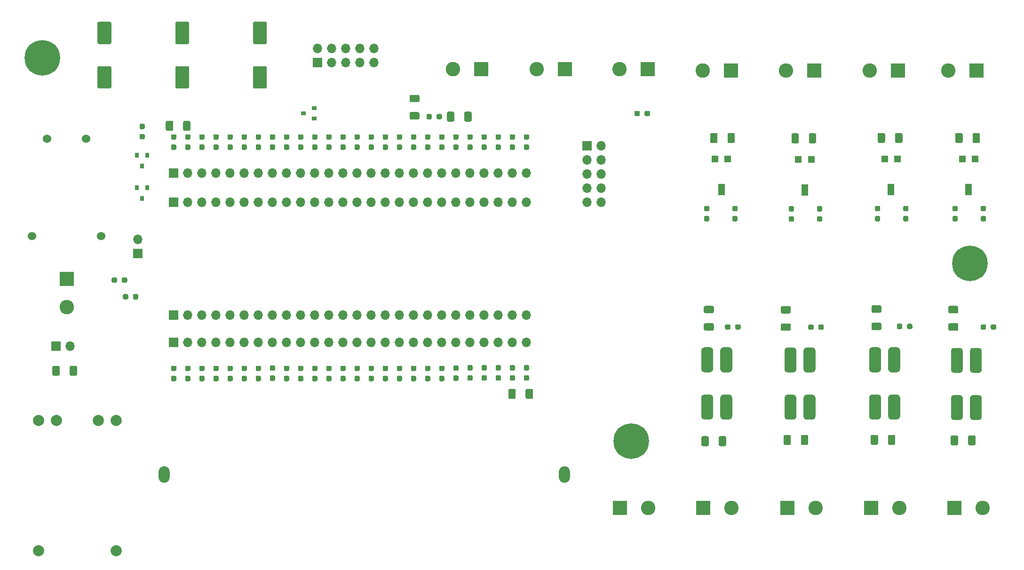
<source format=gts>
G04 #@! TF.GenerationSoftware,KiCad,Pcbnew,(5.1.9)-1*
G04 #@! TF.CreationDate,2021-06-14T16:42:46+02:00*
G04 #@! TF.ProjectId,Test,54657374-2e6b-4696-9361-645f70636258,rev?*
G04 #@! TF.SameCoordinates,Original*
G04 #@! TF.FileFunction,Soldermask,Top*
G04 #@! TF.FilePolarity,Negative*
%FSLAX46Y46*%
G04 Gerber Fmt 4.6, Leading zero omitted, Abs format (unit mm)*
G04 Created by KiCad (PCBNEW (5.1.9)-1) date 2021-06-14 16:42:46*
%MOMM*%
%LPD*%
G01*
G04 APERTURE LIST*
%ADD10O,2.000000X3.000000*%
%ADD11C,1.524000*%
%ADD12O,1.700000X1.700000*%
%ADD13R,1.700000X1.700000*%
%ADD14C,2.600000*%
%ADD15R,2.600000X2.600000*%
%ADD16R,1.300000X1.300000*%
%ADD17R,1.300000X2.000000*%
%ADD18C,2.000000*%
%ADD19R,0.900000X0.800000*%
%ADD20R,0.800000X0.900000*%
%ADD21C,6.400000*%
G04 APERTURE END LIST*
G36*
G01*
X147939500Y-59576000D02*
X148414500Y-59576000D01*
G75*
G02*
X148652000Y-59813500I0J-237500D01*
G01*
X148652000Y-60313500D01*
G75*
G02*
X148414500Y-60551000I-237500J0D01*
G01*
X147939500Y-60551000D01*
G75*
G02*
X147702000Y-60313500I0J237500D01*
G01*
X147702000Y-59813500D01*
G75*
G02*
X147939500Y-59576000I237500J0D01*
G01*
G37*
G36*
G01*
X147939500Y-57751000D02*
X148414500Y-57751000D01*
G75*
G02*
X148652000Y-57988500I0J-237500D01*
G01*
X148652000Y-58488500D01*
G75*
G02*
X148414500Y-58726000I-237500J0D01*
G01*
X147939500Y-58726000D01*
G75*
G02*
X147702000Y-58488500I0J237500D01*
G01*
X147702000Y-57988500D01*
G75*
G02*
X147939500Y-57751000I237500J0D01*
G01*
G37*
G36*
G01*
X145399500Y-59576000D02*
X145874500Y-59576000D01*
G75*
G02*
X146112000Y-59813500I0J-237500D01*
G01*
X146112000Y-60313500D01*
G75*
G02*
X145874500Y-60551000I-237500J0D01*
G01*
X145399500Y-60551000D01*
G75*
G02*
X145162000Y-60313500I0J237500D01*
G01*
X145162000Y-59813500D01*
G75*
G02*
X145399500Y-59576000I237500J0D01*
G01*
G37*
G36*
G01*
X145399500Y-57751000D02*
X145874500Y-57751000D01*
G75*
G02*
X146112000Y-57988500I0J-237500D01*
G01*
X146112000Y-58488500D01*
G75*
G02*
X145874500Y-58726000I-237500J0D01*
G01*
X145399500Y-58726000D01*
G75*
G02*
X145162000Y-58488500I0J237500D01*
G01*
X145162000Y-57988500D01*
G75*
G02*
X145399500Y-57751000I237500J0D01*
G01*
G37*
G36*
G01*
X142859500Y-59576000D02*
X143334500Y-59576000D01*
G75*
G02*
X143572000Y-59813500I0J-237500D01*
G01*
X143572000Y-60313500D01*
G75*
G02*
X143334500Y-60551000I-237500J0D01*
G01*
X142859500Y-60551000D01*
G75*
G02*
X142622000Y-60313500I0J237500D01*
G01*
X142622000Y-59813500D01*
G75*
G02*
X142859500Y-59576000I237500J0D01*
G01*
G37*
G36*
G01*
X142859500Y-57751000D02*
X143334500Y-57751000D01*
G75*
G02*
X143572000Y-57988500I0J-237500D01*
G01*
X143572000Y-58488500D01*
G75*
G02*
X143334500Y-58726000I-237500J0D01*
G01*
X142859500Y-58726000D01*
G75*
G02*
X142622000Y-58488500I0J237500D01*
G01*
X142622000Y-57988500D01*
G75*
G02*
X142859500Y-57751000I237500J0D01*
G01*
G37*
G36*
G01*
X140319500Y-59576000D02*
X140794500Y-59576000D01*
G75*
G02*
X141032000Y-59813500I0J-237500D01*
G01*
X141032000Y-60313500D01*
G75*
G02*
X140794500Y-60551000I-237500J0D01*
G01*
X140319500Y-60551000D01*
G75*
G02*
X140082000Y-60313500I0J237500D01*
G01*
X140082000Y-59813500D01*
G75*
G02*
X140319500Y-59576000I237500J0D01*
G01*
G37*
G36*
G01*
X140319500Y-57751000D02*
X140794500Y-57751000D01*
G75*
G02*
X141032000Y-57988500I0J-237500D01*
G01*
X141032000Y-58488500D01*
G75*
G02*
X140794500Y-58726000I-237500J0D01*
G01*
X140319500Y-58726000D01*
G75*
G02*
X140082000Y-58488500I0J237500D01*
G01*
X140082000Y-57988500D01*
G75*
G02*
X140319500Y-57751000I237500J0D01*
G01*
G37*
G36*
G01*
X137779500Y-59576000D02*
X138254500Y-59576000D01*
G75*
G02*
X138492000Y-59813500I0J-237500D01*
G01*
X138492000Y-60313500D01*
G75*
G02*
X138254500Y-60551000I-237500J0D01*
G01*
X137779500Y-60551000D01*
G75*
G02*
X137542000Y-60313500I0J237500D01*
G01*
X137542000Y-59813500D01*
G75*
G02*
X137779500Y-59576000I237500J0D01*
G01*
G37*
G36*
G01*
X137779500Y-57751000D02*
X138254500Y-57751000D01*
G75*
G02*
X138492000Y-57988500I0J-237500D01*
G01*
X138492000Y-58488500D01*
G75*
G02*
X138254500Y-58726000I-237500J0D01*
G01*
X137779500Y-58726000D01*
G75*
G02*
X137542000Y-58488500I0J237500D01*
G01*
X137542000Y-57988500D01*
G75*
G02*
X137779500Y-57751000I237500J0D01*
G01*
G37*
G36*
G01*
X135239500Y-59576000D02*
X135714500Y-59576000D01*
G75*
G02*
X135952000Y-59813500I0J-237500D01*
G01*
X135952000Y-60313500D01*
G75*
G02*
X135714500Y-60551000I-237500J0D01*
G01*
X135239500Y-60551000D01*
G75*
G02*
X135002000Y-60313500I0J237500D01*
G01*
X135002000Y-59813500D01*
G75*
G02*
X135239500Y-59576000I237500J0D01*
G01*
G37*
G36*
G01*
X135239500Y-57751000D02*
X135714500Y-57751000D01*
G75*
G02*
X135952000Y-57988500I0J-237500D01*
G01*
X135952000Y-58488500D01*
G75*
G02*
X135714500Y-58726000I-237500J0D01*
G01*
X135239500Y-58726000D01*
G75*
G02*
X135002000Y-58488500I0J237500D01*
G01*
X135002000Y-57988500D01*
G75*
G02*
X135239500Y-57751000I237500J0D01*
G01*
G37*
G36*
G01*
X132699500Y-59576000D02*
X133174500Y-59576000D01*
G75*
G02*
X133412000Y-59813500I0J-237500D01*
G01*
X133412000Y-60313500D01*
G75*
G02*
X133174500Y-60551000I-237500J0D01*
G01*
X132699500Y-60551000D01*
G75*
G02*
X132462000Y-60313500I0J237500D01*
G01*
X132462000Y-59813500D01*
G75*
G02*
X132699500Y-59576000I237500J0D01*
G01*
G37*
G36*
G01*
X132699500Y-57751000D02*
X133174500Y-57751000D01*
G75*
G02*
X133412000Y-57988500I0J-237500D01*
G01*
X133412000Y-58488500D01*
G75*
G02*
X133174500Y-58726000I-237500J0D01*
G01*
X132699500Y-58726000D01*
G75*
G02*
X132462000Y-58488500I0J237500D01*
G01*
X132462000Y-57988500D01*
G75*
G02*
X132699500Y-57751000I237500J0D01*
G01*
G37*
G36*
G01*
X130159500Y-59576000D02*
X130634500Y-59576000D01*
G75*
G02*
X130872000Y-59813500I0J-237500D01*
G01*
X130872000Y-60313500D01*
G75*
G02*
X130634500Y-60551000I-237500J0D01*
G01*
X130159500Y-60551000D01*
G75*
G02*
X129922000Y-60313500I0J237500D01*
G01*
X129922000Y-59813500D01*
G75*
G02*
X130159500Y-59576000I237500J0D01*
G01*
G37*
G36*
G01*
X130159500Y-57751000D02*
X130634500Y-57751000D01*
G75*
G02*
X130872000Y-57988500I0J-237500D01*
G01*
X130872000Y-58488500D01*
G75*
G02*
X130634500Y-58726000I-237500J0D01*
G01*
X130159500Y-58726000D01*
G75*
G02*
X129922000Y-58488500I0J237500D01*
G01*
X129922000Y-57988500D01*
G75*
G02*
X130159500Y-57751000I237500J0D01*
G01*
G37*
G36*
G01*
X127619500Y-59576000D02*
X128094500Y-59576000D01*
G75*
G02*
X128332000Y-59813500I0J-237500D01*
G01*
X128332000Y-60313500D01*
G75*
G02*
X128094500Y-60551000I-237500J0D01*
G01*
X127619500Y-60551000D01*
G75*
G02*
X127382000Y-60313500I0J237500D01*
G01*
X127382000Y-59813500D01*
G75*
G02*
X127619500Y-59576000I237500J0D01*
G01*
G37*
G36*
G01*
X127619500Y-57751000D02*
X128094500Y-57751000D01*
G75*
G02*
X128332000Y-57988500I0J-237500D01*
G01*
X128332000Y-58488500D01*
G75*
G02*
X128094500Y-58726000I-237500J0D01*
G01*
X127619500Y-58726000D01*
G75*
G02*
X127382000Y-58488500I0J237500D01*
G01*
X127382000Y-57988500D01*
G75*
G02*
X127619500Y-57751000I237500J0D01*
G01*
G37*
G36*
G01*
X125079500Y-59576000D02*
X125554500Y-59576000D01*
G75*
G02*
X125792000Y-59813500I0J-237500D01*
G01*
X125792000Y-60313500D01*
G75*
G02*
X125554500Y-60551000I-237500J0D01*
G01*
X125079500Y-60551000D01*
G75*
G02*
X124842000Y-60313500I0J237500D01*
G01*
X124842000Y-59813500D01*
G75*
G02*
X125079500Y-59576000I237500J0D01*
G01*
G37*
G36*
G01*
X125079500Y-57751000D02*
X125554500Y-57751000D01*
G75*
G02*
X125792000Y-57988500I0J-237500D01*
G01*
X125792000Y-58488500D01*
G75*
G02*
X125554500Y-58726000I-237500J0D01*
G01*
X125079500Y-58726000D01*
G75*
G02*
X124842000Y-58488500I0J237500D01*
G01*
X124842000Y-57988500D01*
G75*
G02*
X125079500Y-57751000I237500J0D01*
G01*
G37*
G36*
G01*
X122539500Y-59576000D02*
X123014500Y-59576000D01*
G75*
G02*
X123252000Y-59813500I0J-237500D01*
G01*
X123252000Y-60313500D01*
G75*
G02*
X123014500Y-60551000I-237500J0D01*
G01*
X122539500Y-60551000D01*
G75*
G02*
X122302000Y-60313500I0J237500D01*
G01*
X122302000Y-59813500D01*
G75*
G02*
X122539500Y-59576000I237500J0D01*
G01*
G37*
G36*
G01*
X122539500Y-57751000D02*
X123014500Y-57751000D01*
G75*
G02*
X123252000Y-57988500I0J-237500D01*
G01*
X123252000Y-58488500D01*
G75*
G02*
X123014500Y-58726000I-237500J0D01*
G01*
X122539500Y-58726000D01*
G75*
G02*
X122302000Y-58488500I0J237500D01*
G01*
X122302000Y-57988500D01*
G75*
G02*
X122539500Y-57751000I237500J0D01*
G01*
G37*
G36*
G01*
X119999500Y-59576000D02*
X120474500Y-59576000D01*
G75*
G02*
X120712000Y-59813500I0J-237500D01*
G01*
X120712000Y-60313500D01*
G75*
G02*
X120474500Y-60551000I-237500J0D01*
G01*
X119999500Y-60551000D01*
G75*
G02*
X119762000Y-60313500I0J237500D01*
G01*
X119762000Y-59813500D01*
G75*
G02*
X119999500Y-59576000I237500J0D01*
G01*
G37*
G36*
G01*
X119999500Y-57751000D02*
X120474500Y-57751000D01*
G75*
G02*
X120712000Y-57988500I0J-237500D01*
G01*
X120712000Y-58488500D01*
G75*
G02*
X120474500Y-58726000I-237500J0D01*
G01*
X119999500Y-58726000D01*
G75*
G02*
X119762000Y-58488500I0J237500D01*
G01*
X119762000Y-57988500D01*
G75*
G02*
X119999500Y-57751000I237500J0D01*
G01*
G37*
G36*
G01*
X117459500Y-59576000D02*
X117934500Y-59576000D01*
G75*
G02*
X118172000Y-59813500I0J-237500D01*
G01*
X118172000Y-60313500D01*
G75*
G02*
X117934500Y-60551000I-237500J0D01*
G01*
X117459500Y-60551000D01*
G75*
G02*
X117222000Y-60313500I0J237500D01*
G01*
X117222000Y-59813500D01*
G75*
G02*
X117459500Y-59576000I237500J0D01*
G01*
G37*
G36*
G01*
X117459500Y-57751000D02*
X117934500Y-57751000D01*
G75*
G02*
X118172000Y-57988500I0J-237500D01*
G01*
X118172000Y-58488500D01*
G75*
G02*
X117934500Y-58726000I-237500J0D01*
G01*
X117459500Y-58726000D01*
G75*
G02*
X117222000Y-58488500I0J237500D01*
G01*
X117222000Y-57988500D01*
G75*
G02*
X117459500Y-57751000I237500J0D01*
G01*
G37*
G36*
G01*
X114919500Y-59576000D02*
X115394500Y-59576000D01*
G75*
G02*
X115632000Y-59813500I0J-237500D01*
G01*
X115632000Y-60313500D01*
G75*
G02*
X115394500Y-60551000I-237500J0D01*
G01*
X114919500Y-60551000D01*
G75*
G02*
X114682000Y-60313500I0J237500D01*
G01*
X114682000Y-59813500D01*
G75*
G02*
X114919500Y-59576000I237500J0D01*
G01*
G37*
G36*
G01*
X114919500Y-57751000D02*
X115394500Y-57751000D01*
G75*
G02*
X115632000Y-57988500I0J-237500D01*
G01*
X115632000Y-58488500D01*
G75*
G02*
X115394500Y-58726000I-237500J0D01*
G01*
X114919500Y-58726000D01*
G75*
G02*
X114682000Y-58488500I0J237500D01*
G01*
X114682000Y-57988500D01*
G75*
G02*
X114919500Y-57751000I237500J0D01*
G01*
G37*
G36*
G01*
X112379500Y-59576000D02*
X112854500Y-59576000D01*
G75*
G02*
X113092000Y-59813500I0J-237500D01*
G01*
X113092000Y-60313500D01*
G75*
G02*
X112854500Y-60551000I-237500J0D01*
G01*
X112379500Y-60551000D01*
G75*
G02*
X112142000Y-60313500I0J237500D01*
G01*
X112142000Y-59813500D01*
G75*
G02*
X112379500Y-59576000I237500J0D01*
G01*
G37*
G36*
G01*
X112379500Y-57751000D02*
X112854500Y-57751000D01*
G75*
G02*
X113092000Y-57988500I0J-237500D01*
G01*
X113092000Y-58488500D01*
G75*
G02*
X112854500Y-58726000I-237500J0D01*
G01*
X112379500Y-58726000D01*
G75*
G02*
X112142000Y-58488500I0J237500D01*
G01*
X112142000Y-57988500D01*
G75*
G02*
X112379500Y-57751000I237500J0D01*
G01*
G37*
G36*
G01*
X109839500Y-59576000D02*
X110314500Y-59576000D01*
G75*
G02*
X110552000Y-59813500I0J-237500D01*
G01*
X110552000Y-60313500D01*
G75*
G02*
X110314500Y-60551000I-237500J0D01*
G01*
X109839500Y-60551000D01*
G75*
G02*
X109602000Y-60313500I0J237500D01*
G01*
X109602000Y-59813500D01*
G75*
G02*
X109839500Y-59576000I237500J0D01*
G01*
G37*
G36*
G01*
X109839500Y-57751000D02*
X110314500Y-57751000D01*
G75*
G02*
X110552000Y-57988500I0J-237500D01*
G01*
X110552000Y-58488500D01*
G75*
G02*
X110314500Y-58726000I-237500J0D01*
G01*
X109839500Y-58726000D01*
G75*
G02*
X109602000Y-58488500I0J237500D01*
G01*
X109602000Y-57988500D01*
G75*
G02*
X109839500Y-57751000I237500J0D01*
G01*
G37*
G36*
G01*
X107299500Y-59576000D02*
X107774500Y-59576000D01*
G75*
G02*
X108012000Y-59813500I0J-237500D01*
G01*
X108012000Y-60313500D01*
G75*
G02*
X107774500Y-60551000I-237500J0D01*
G01*
X107299500Y-60551000D01*
G75*
G02*
X107062000Y-60313500I0J237500D01*
G01*
X107062000Y-59813500D01*
G75*
G02*
X107299500Y-59576000I237500J0D01*
G01*
G37*
G36*
G01*
X107299500Y-57751000D02*
X107774500Y-57751000D01*
G75*
G02*
X108012000Y-57988500I0J-237500D01*
G01*
X108012000Y-58488500D01*
G75*
G02*
X107774500Y-58726000I-237500J0D01*
G01*
X107299500Y-58726000D01*
G75*
G02*
X107062000Y-58488500I0J237500D01*
G01*
X107062000Y-57988500D01*
G75*
G02*
X107299500Y-57751000I237500J0D01*
G01*
G37*
G36*
G01*
X104759500Y-59576000D02*
X105234500Y-59576000D01*
G75*
G02*
X105472000Y-59813500I0J-237500D01*
G01*
X105472000Y-60313500D01*
G75*
G02*
X105234500Y-60551000I-237500J0D01*
G01*
X104759500Y-60551000D01*
G75*
G02*
X104522000Y-60313500I0J237500D01*
G01*
X104522000Y-59813500D01*
G75*
G02*
X104759500Y-59576000I237500J0D01*
G01*
G37*
G36*
G01*
X104759500Y-57751000D02*
X105234500Y-57751000D01*
G75*
G02*
X105472000Y-57988500I0J-237500D01*
G01*
X105472000Y-58488500D01*
G75*
G02*
X105234500Y-58726000I-237500J0D01*
G01*
X104759500Y-58726000D01*
G75*
G02*
X104522000Y-58488500I0J237500D01*
G01*
X104522000Y-57988500D01*
G75*
G02*
X104759500Y-57751000I237500J0D01*
G01*
G37*
G36*
G01*
X102219500Y-59576000D02*
X102694500Y-59576000D01*
G75*
G02*
X102932000Y-59813500I0J-237500D01*
G01*
X102932000Y-60313500D01*
G75*
G02*
X102694500Y-60551000I-237500J0D01*
G01*
X102219500Y-60551000D01*
G75*
G02*
X101982000Y-60313500I0J237500D01*
G01*
X101982000Y-59813500D01*
G75*
G02*
X102219500Y-59576000I237500J0D01*
G01*
G37*
G36*
G01*
X102219500Y-57751000D02*
X102694500Y-57751000D01*
G75*
G02*
X102932000Y-57988500I0J-237500D01*
G01*
X102932000Y-58488500D01*
G75*
G02*
X102694500Y-58726000I-237500J0D01*
G01*
X102219500Y-58726000D01*
G75*
G02*
X101982000Y-58488500I0J237500D01*
G01*
X101982000Y-57988500D01*
G75*
G02*
X102219500Y-57751000I237500J0D01*
G01*
G37*
G36*
G01*
X99679500Y-59576000D02*
X100154500Y-59576000D01*
G75*
G02*
X100392000Y-59813500I0J-237500D01*
G01*
X100392000Y-60313500D01*
G75*
G02*
X100154500Y-60551000I-237500J0D01*
G01*
X99679500Y-60551000D01*
G75*
G02*
X99442000Y-60313500I0J237500D01*
G01*
X99442000Y-59813500D01*
G75*
G02*
X99679500Y-59576000I237500J0D01*
G01*
G37*
G36*
G01*
X99679500Y-57751000D02*
X100154500Y-57751000D01*
G75*
G02*
X100392000Y-57988500I0J-237500D01*
G01*
X100392000Y-58488500D01*
G75*
G02*
X100154500Y-58726000I-237500J0D01*
G01*
X99679500Y-58726000D01*
G75*
G02*
X99442000Y-58488500I0J237500D01*
G01*
X99442000Y-57988500D01*
G75*
G02*
X99679500Y-57751000I237500J0D01*
G01*
G37*
G36*
G01*
X97139500Y-59576000D02*
X97614500Y-59576000D01*
G75*
G02*
X97852000Y-59813500I0J-237500D01*
G01*
X97852000Y-60313500D01*
G75*
G02*
X97614500Y-60551000I-237500J0D01*
G01*
X97139500Y-60551000D01*
G75*
G02*
X96902000Y-60313500I0J237500D01*
G01*
X96902000Y-59813500D01*
G75*
G02*
X97139500Y-59576000I237500J0D01*
G01*
G37*
G36*
G01*
X97139500Y-57751000D02*
X97614500Y-57751000D01*
G75*
G02*
X97852000Y-57988500I0J-237500D01*
G01*
X97852000Y-58488500D01*
G75*
G02*
X97614500Y-58726000I-237500J0D01*
G01*
X97139500Y-58726000D01*
G75*
G02*
X96902000Y-58488500I0J237500D01*
G01*
X96902000Y-57988500D01*
G75*
G02*
X97139500Y-57751000I237500J0D01*
G01*
G37*
G36*
G01*
X94599500Y-59576000D02*
X95074500Y-59576000D01*
G75*
G02*
X95312000Y-59813500I0J-237500D01*
G01*
X95312000Y-60313500D01*
G75*
G02*
X95074500Y-60551000I-237500J0D01*
G01*
X94599500Y-60551000D01*
G75*
G02*
X94362000Y-60313500I0J237500D01*
G01*
X94362000Y-59813500D01*
G75*
G02*
X94599500Y-59576000I237500J0D01*
G01*
G37*
G36*
G01*
X94599500Y-57751000D02*
X95074500Y-57751000D01*
G75*
G02*
X95312000Y-57988500I0J-237500D01*
G01*
X95312000Y-58488500D01*
G75*
G02*
X95074500Y-58726000I-237500J0D01*
G01*
X94599500Y-58726000D01*
G75*
G02*
X94362000Y-58488500I0J237500D01*
G01*
X94362000Y-57988500D01*
G75*
G02*
X94599500Y-57751000I237500J0D01*
G01*
G37*
G36*
G01*
X92059500Y-59576000D02*
X92534500Y-59576000D01*
G75*
G02*
X92772000Y-59813500I0J-237500D01*
G01*
X92772000Y-60313500D01*
G75*
G02*
X92534500Y-60551000I-237500J0D01*
G01*
X92059500Y-60551000D01*
G75*
G02*
X91822000Y-60313500I0J237500D01*
G01*
X91822000Y-59813500D01*
G75*
G02*
X92059500Y-59576000I237500J0D01*
G01*
G37*
G36*
G01*
X92059500Y-57751000D02*
X92534500Y-57751000D01*
G75*
G02*
X92772000Y-57988500I0J-237500D01*
G01*
X92772000Y-58488500D01*
G75*
G02*
X92534500Y-58726000I-237500J0D01*
G01*
X92059500Y-58726000D01*
G75*
G02*
X91822000Y-58488500I0J237500D01*
G01*
X91822000Y-57988500D01*
G75*
G02*
X92059500Y-57751000I237500J0D01*
G01*
G37*
G36*
G01*
X89519500Y-59576000D02*
X89994500Y-59576000D01*
G75*
G02*
X90232000Y-59813500I0J-237500D01*
G01*
X90232000Y-60313500D01*
G75*
G02*
X89994500Y-60551000I-237500J0D01*
G01*
X89519500Y-60551000D01*
G75*
G02*
X89282000Y-60313500I0J237500D01*
G01*
X89282000Y-59813500D01*
G75*
G02*
X89519500Y-59576000I237500J0D01*
G01*
G37*
G36*
G01*
X89519500Y-57751000D02*
X89994500Y-57751000D01*
G75*
G02*
X90232000Y-57988500I0J-237500D01*
G01*
X90232000Y-58488500D01*
G75*
G02*
X89994500Y-58726000I-237500J0D01*
G01*
X89519500Y-58726000D01*
G75*
G02*
X89282000Y-58488500I0J237500D01*
G01*
X89282000Y-57988500D01*
G75*
G02*
X89519500Y-57751000I237500J0D01*
G01*
G37*
G36*
G01*
X86979500Y-59576000D02*
X87454500Y-59576000D01*
G75*
G02*
X87692000Y-59813500I0J-237500D01*
G01*
X87692000Y-60313500D01*
G75*
G02*
X87454500Y-60551000I-237500J0D01*
G01*
X86979500Y-60551000D01*
G75*
G02*
X86742000Y-60313500I0J237500D01*
G01*
X86742000Y-59813500D01*
G75*
G02*
X86979500Y-59576000I237500J0D01*
G01*
G37*
G36*
G01*
X86979500Y-57751000D02*
X87454500Y-57751000D01*
G75*
G02*
X87692000Y-57988500I0J-237500D01*
G01*
X87692000Y-58488500D01*
G75*
G02*
X87454500Y-58726000I-237500J0D01*
G01*
X86979500Y-58726000D01*
G75*
G02*
X86742000Y-58488500I0J237500D01*
G01*
X86742000Y-57988500D01*
G75*
G02*
X86979500Y-57751000I237500J0D01*
G01*
G37*
G36*
G01*
X84439500Y-59576000D02*
X84914500Y-59576000D01*
G75*
G02*
X85152000Y-59813500I0J-237500D01*
G01*
X85152000Y-60313500D01*
G75*
G02*
X84914500Y-60551000I-237500J0D01*
G01*
X84439500Y-60551000D01*
G75*
G02*
X84202000Y-60313500I0J237500D01*
G01*
X84202000Y-59813500D01*
G75*
G02*
X84439500Y-59576000I237500J0D01*
G01*
G37*
G36*
G01*
X84439500Y-57751000D02*
X84914500Y-57751000D01*
G75*
G02*
X85152000Y-57988500I0J-237500D01*
G01*
X85152000Y-58488500D01*
G75*
G02*
X84914500Y-58726000I-237500J0D01*
G01*
X84439500Y-58726000D01*
G75*
G02*
X84202000Y-58488500I0J237500D01*
G01*
X84202000Y-57988500D01*
G75*
G02*
X84439500Y-57751000I237500J0D01*
G01*
G37*
G36*
G01*
X147939500Y-101131500D02*
X148414500Y-101131500D01*
G75*
G02*
X148652000Y-101369000I0J-237500D01*
G01*
X148652000Y-101869000D01*
G75*
G02*
X148414500Y-102106500I-237500J0D01*
G01*
X147939500Y-102106500D01*
G75*
G02*
X147702000Y-101869000I0J237500D01*
G01*
X147702000Y-101369000D01*
G75*
G02*
X147939500Y-101131500I237500J0D01*
G01*
G37*
G36*
G01*
X147939500Y-99306500D02*
X148414500Y-99306500D01*
G75*
G02*
X148652000Y-99544000I0J-237500D01*
G01*
X148652000Y-100044000D01*
G75*
G02*
X148414500Y-100281500I-237500J0D01*
G01*
X147939500Y-100281500D01*
G75*
G02*
X147702000Y-100044000I0J237500D01*
G01*
X147702000Y-99544000D01*
G75*
G02*
X147939500Y-99306500I237500J0D01*
G01*
G37*
G36*
G01*
X145399500Y-101131500D02*
X145874500Y-101131500D01*
G75*
G02*
X146112000Y-101369000I0J-237500D01*
G01*
X146112000Y-101869000D01*
G75*
G02*
X145874500Y-102106500I-237500J0D01*
G01*
X145399500Y-102106500D01*
G75*
G02*
X145162000Y-101869000I0J237500D01*
G01*
X145162000Y-101369000D01*
G75*
G02*
X145399500Y-101131500I237500J0D01*
G01*
G37*
G36*
G01*
X145399500Y-99306500D02*
X145874500Y-99306500D01*
G75*
G02*
X146112000Y-99544000I0J-237500D01*
G01*
X146112000Y-100044000D01*
G75*
G02*
X145874500Y-100281500I-237500J0D01*
G01*
X145399500Y-100281500D01*
G75*
G02*
X145162000Y-100044000I0J237500D01*
G01*
X145162000Y-99544000D01*
G75*
G02*
X145399500Y-99306500I237500J0D01*
G01*
G37*
G36*
G01*
X142859500Y-101131500D02*
X143334500Y-101131500D01*
G75*
G02*
X143572000Y-101369000I0J-237500D01*
G01*
X143572000Y-101869000D01*
G75*
G02*
X143334500Y-102106500I-237500J0D01*
G01*
X142859500Y-102106500D01*
G75*
G02*
X142622000Y-101869000I0J237500D01*
G01*
X142622000Y-101369000D01*
G75*
G02*
X142859500Y-101131500I237500J0D01*
G01*
G37*
G36*
G01*
X142859500Y-99306500D02*
X143334500Y-99306500D01*
G75*
G02*
X143572000Y-99544000I0J-237500D01*
G01*
X143572000Y-100044000D01*
G75*
G02*
X143334500Y-100281500I-237500J0D01*
G01*
X142859500Y-100281500D01*
G75*
G02*
X142622000Y-100044000I0J237500D01*
G01*
X142622000Y-99544000D01*
G75*
G02*
X142859500Y-99306500I237500J0D01*
G01*
G37*
G36*
G01*
X140319500Y-101131500D02*
X140794500Y-101131500D01*
G75*
G02*
X141032000Y-101369000I0J-237500D01*
G01*
X141032000Y-101869000D01*
G75*
G02*
X140794500Y-102106500I-237500J0D01*
G01*
X140319500Y-102106500D01*
G75*
G02*
X140082000Y-101869000I0J237500D01*
G01*
X140082000Y-101369000D01*
G75*
G02*
X140319500Y-101131500I237500J0D01*
G01*
G37*
G36*
G01*
X140319500Y-99306500D02*
X140794500Y-99306500D01*
G75*
G02*
X141032000Y-99544000I0J-237500D01*
G01*
X141032000Y-100044000D01*
G75*
G02*
X140794500Y-100281500I-237500J0D01*
G01*
X140319500Y-100281500D01*
G75*
G02*
X140082000Y-100044000I0J237500D01*
G01*
X140082000Y-99544000D01*
G75*
G02*
X140319500Y-99306500I237500J0D01*
G01*
G37*
G36*
G01*
X137779500Y-101131500D02*
X138254500Y-101131500D01*
G75*
G02*
X138492000Y-101369000I0J-237500D01*
G01*
X138492000Y-101869000D01*
G75*
G02*
X138254500Y-102106500I-237500J0D01*
G01*
X137779500Y-102106500D01*
G75*
G02*
X137542000Y-101869000I0J237500D01*
G01*
X137542000Y-101369000D01*
G75*
G02*
X137779500Y-101131500I237500J0D01*
G01*
G37*
G36*
G01*
X137779500Y-99306500D02*
X138254500Y-99306500D01*
G75*
G02*
X138492000Y-99544000I0J-237500D01*
G01*
X138492000Y-100044000D01*
G75*
G02*
X138254500Y-100281500I-237500J0D01*
G01*
X137779500Y-100281500D01*
G75*
G02*
X137542000Y-100044000I0J237500D01*
G01*
X137542000Y-99544000D01*
G75*
G02*
X137779500Y-99306500I237500J0D01*
G01*
G37*
G36*
G01*
X135239500Y-101179000D02*
X135714500Y-101179000D01*
G75*
G02*
X135952000Y-101416500I0J-237500D01*
G01*
X135952000Y-101916500D01*
G75*
G02*
X135714500Y-102154000I-237500J0D01*
G01*
X135239500Y-102154000D01*
G75*
G02*
X135002000Y-101916500I0J237500D01*
G01*
X135002000Y-101416500D01*
G75*
G02*
X135239500Y-101179000I237500J0D01*
G01*
G37*
G36*
G01*
X135239500Y-99354000D02*
X135714500Y-99354000D01*
G75*
G02*
X135952000Y-99591500I0J-237500D01*
G01*
X135952000Y-100091500D01*
G75*
G02*
X135714500Y-100329000I-237500J0D01*
G01*
X135239500Y-100329000D01*
G75*
G02*
X135002000Y-100091500I0J237500D01*
G01*
X135002000Y-99591500D01*
G75*
G02*
X135239500Y-99354000I237500J0D01*
G01*
G37*
G36*
G01*
X132699500Y-101232000D02*
X133174500Y-101232000D01*
G75*
G02*
X133412000Y-101469500I0J-237500D01*
G01*
X133412000Y-101969500D01*
G75*
G02*
X133174500Y-102207000I-237500J0D01*
G01*
X132699500Y-102207000D01*
G75*
G02*
X132462000Y-101969500I0J237500D01*
G01*
X132462000Y-101469500D01*
G75*
G02*
X132699500Y-101232000I237500J0D01*
G01*
G37*
G36*
G01*
X132699500Y-99407000D02*
X133174500Y-99407000D01*
G75*
G02*
X133412000Y-99644500I0J-237500D01*
G01*
X133412000Y-100144500D01*
G75*
G02*
X133174500Y-100382000I-237500J0D01*
G01*
X132699500Y-100382000D01*
G75*
G02*
X132462000Y-100144500I0J237500D01*
G01*
X132462000Y-99644500D01*
G75*
G02*
X132699500Y-99407000I237500J0D01*
G01*
G37*
G36*
G01*
X130159500Y-101232000D02*
X130634500Y-101232000D01*
G75*
G02*
X130872000Y-101469500I0J-237500D01*
G01*
X130872000Y-101969500D01*
G75*
G02*
X130634500Y-102207000I-237500J0D01*
G01*
X130159500Y-102207000D01*
G75*
G02*
X129922000Y-101969500I0J237500D01*
G01*
X129922000Y-101469500D01*
G75*
G02*
X130159500Y-101232000I237500J0D01*
G01*
G37*
G36*
G01*
X130159500Y-99407000D02*
X130634500Y-99407000D01*
G75*
G02*
X130872000Y-99644500I0J-237500D01*
G01*
X130872000Y-100144500D01*
G75*
G02*
X130634500Y-100382000I-237500J0D01*
G01*
X130159500Y-100382000D01*
G75*
G02*
X129922000Y-100144500I0J237500D01*
G01*
X129922000Y-99644500D01*
G75*
G02*
X130159500Y-99407000I237500J0D01*
G01*
G37*
G36*
G01*
X127619500Y-101232000D02*
X128094500Y-101232000D01*
G75*
G02*
X128332000Y-101469500I0J-237500D01*
G01*
X128332000Y-101969500D01*
G75*
G02*
X128094500Y-102207000I-237500J0D01*
G01*
X127619500Y-102207000D01*
G75*
G02*
X127382000Y-101969500I0J237500D01*
G01*
X127382000Y-101469500D01*
G75*
G02*
X127619500Y-101232000I237500J0D01*
G01*
G37*
G36*
G01*
X127619500Y-99407000D02*
X128094500Y-99407000D01*
G75*
G02*
X128332000Y-99644500I0J-237500D01*
G01*
X128332000Y-100144500D01*
G75*
G02*
X128094500Y-100382000I-237500J0D01*
G01*
X127619500Y-100382000D01*
G75*
G02*
X127382000Y-100144500I0J237500D01*
G01*
X127382000Y-99644500D01*
G75*
G02*
X127619500Y-99407000I237500J0D01*
G01*
G37*
G36*
G01*
X125079500Y-101232000D02*
X125554500Y-101232000D01*
G75*
G02*
X125792000Y-101469500I0J-237500D01*
G01*
X125792000Y-101969500D01*
G75*
G02*
X125554500Y-102207000I-237500J0D01*
G01*
X125079500Y-102207000D01*
G75*
G02*
X124842000Y-101969500I0J237500D01*
G01*
X124842000Y-101469500D01*
G75*
G02*
X125079500Y-101232000I237500J0D01*
G01*
G37*
G36*
G01*
X125079500Y-99407000D02*
X125554500Y-99407000D01*
G75*
G02*
X125792000Y-99644500I0J-237500D01*
G01*
X125792000Y-100144500D01*
G75*
G02*
X125554500Y-100382000I-237500J0D01*
G01*
X125079500Y-100382000D01*
G75*
G02*
X124842000Y-100144500I0J237500D01*
G01*
X124842000Y-99644500D01*
G75*
G02*
X125079500Y-99407000I237500J0D01*
G01*
G37*
G36*
G01*
X122539500Y-101232000D02*
X123014500Y-101232000D01*
G75*
G02*
X123252000Y-101469500I0J-237500D01*
G01*
X123252000Y-101969500D01*
G75*
G02*
X123014500Y-102207000I-237500J0D01*
G01*
X122539500Y-102207000D01*
G75*
G02*
X122302000Y-101969500I0J237500D01*
G01*
X122302000Y-101469500D01*
G75*
G02*
X122539500Y-101232000I237500J0D01*
G01*
G37*
G36*
G01*
X122539500Y-99407000D02*
X123014500Y-99407000D01*
G75*
G02*
X123252000Y-99644500I0J-237500D01*
G01*
X123252000Y-100144500D01*
G75*
G02*
X123014500Y-100382000I-237500J0D01*
G01*
X122539500Y-100382000D01*
G75*
G02*
X122302000Y-100144500I0J237500D01*
G01*
X122302000Y-99644500D01*
G75*
G02*
X122539500Y-99407000I237500J0D01*
G01*
G37*
G36*
G01*
X119999500Y-101232000D02*
X120474500Y-101232000D01*
G75*
G02*
X120712000Y-101469500I0J-237500D01*
G01*
X120712000Y-101969500D01*
G75*
G02*
X120474500Y-102207000I-237500J0D01*
G01*
X119999500Y-102207000D01*
G75*
G02*
X119762000Y-101969500I0J237500D01*
G01*
X119762000Y-101469500D01*
G75*
G02*
X119999500Y-101232000I237500J0D01*
G01*
G37*
G36*
G01*
X119999500Y-99407000D02*
X120474500Y-99407000D01*
G75*
G02*
X120712000Y-99644500I0J-237500D01*
G01*
X120712000Y-100144500D01*
G75*
G02*
X120474500Y-100382000I-237500J0D01*
G01*
X119999500Y-100382000D01*
G75*
G02*
X119762000Y-100144500I0J237500D01*
G01*
X119762000Y-99644500D01*
G75*
G02*
X119999500Y-99407000I237500J0D01*
G01*
G37*
G36*
G01*
X117459500Y-101232000D02*
X117934500Y-101232000D01*
G75*
G02*
X118172000Y-101469500I0J-237500D01*
G01*
X118172000Y-101969500D01*
G75*
G02*
X117934500Y-102207000I-237500J0D01*
G01*
X117459500Y-102207000D01*
G75*
G02*
X117222000Y-101969500I0J237500D01*
G01*
X117222000Y-101469500D01*
G75*
G02*
X117459500Y-101232000I237500J0D01*
G01*
G37*
G36*
G01*
X117459500Y-99407000D02*
X117934500Y-99407000D01*
G75*
G02*
X118172000Y-99644500I0J-237500D01*
G01*
X118172000Y-100144500D01*
G75*
G02*
X117934500Y-100382000I-237500J0D01*
G01*
X117459500Y-100382000D01*
G75*
G02*
X117222000Y-100144500I0J237500D01*
G01*
X117222000Y-99644500D01*
G75*
G02*
X117459500Y-99407000I237500J0D01*
G01*
G37*
G36*
G01*
X114919500Y-101232000D02*
X115394500Y-101232000D01*
G75*
G02*
X115632000Y-101469500I0J-237500D01*
G01*
X115632000Y-101969500D01*
G75*
G02*
X115394500Y-102207000I-237500J0D01*
G01*
X114919500Y-102207000D01*
G75*
G02*
X114682000Y-101969500I0J237500D01*
G01*
X114682000Y-101469500D01*
G75*
G02*
X114919500Y-101232000I237500J0D01*
G01*
G37*
G36*
G01*
X114919500Y-99407000D02*
X115394500Y-99407000D01*
G75*
G02*
X115632000Y-99644500I0J-237500D01*
G01*
X115632000Y-100144500D01*
G75*
G02*
X115394500Y-100382000I-237500J0D01*
G01*
X114919500Y-100382000D01*
G75*
G02*
X114682000Y-100144500I0J237500D01*
G01*
X114682000Y-99644500D01*
G75*
G02*
X114919500Y-99407000I237500J0D01*
G01*
G37*
G36*
G01*
X112379500Y-101232000D02*
X112854500Y-101232000D01*
G75*
G02*
X113092000Y-101469500I0J-237500D01*
G01*
X113092000Y-101969500D01*
G75*
G02*
X112854500Y-102207000I-237500J0D01*
G01*
X112379500Y-102207000D01*
G75*
G02*
X112142000Y-101969500I0J237500D01*
G01*
X112142000Y-101469500D01*
G75*
G02*
X112379500Y-101232000I237500J0D01*
G01*
G37*
G36*
G01*
X112379500Y-99407000D02*
X112854500Y-99407000D01*
G75*
G02*
X113092000Y-99644500I0J-237500D01*
G01*
X113092000Y-100144500D01*
G75*
G02*
X112854500Y-100382000I-237500J0D01*
G01*
X112379500Y-100382000D01*
G75*
G02*
X112142000Y-100144500I0J237500D01*
G01*
X112142000Y-99644500D01*
G75*
G02*
X112379500Y-99407000I237500J0D01*
G01*
G37*
G36*
G01*
X109839500Y-101232000D02*
X110314500Y-101232000D01*
G75*
G02*
X110552000Y-101469500I0J-237500D01*
G01*
X110552000Y-101969500D01*
G75*
G02*
X110314500Y-102207000I-237500J0D01*
G01*
X109839500Y-102207000D01*
G75*
G02*
X109602000Y-101969500I0J237500D01*
G01*
X109602000Y-101469500D01*
G75*
G02*
X109839500Y-101232000I237500J0D01*
G01*
G37*
G36*
G01*
X109839500Y-99407000D02*
X110314500Y-99407000D01*
G75*
G02*
X110552000Y-99644500I0J-237500D01*
G01*
X110552000Y-100144500D01*
G75*
G02*
X110314500Y-100382000I-237500J0D01*
G01*
X109839500Y-100382000D01*
G75*
G02*
X109602000Y-100144500I0J237500D01*
G01*
X109602000Y-99644500D01*
G75*
G02*
X109839500Y-99407000I237500J0D01*
G01*
G37*
G36*
G01*
X107299500Y-101232000D02*
X107774500Y-101232000D01*
G75*
G02*
X108012000Y-101469500I0J-237500D01*
G01*
X108012000Y-101969500D01*
G75*
G02*
X107774500Y-102207000I-237500J0D01*
G01*
X107299500Y-102207000D01*
G75*
G02*
X107062000Y-101969500I0J237500D01*
G01*
X107062000Y-101469500D01*
G75*
G02*
X107299500Y-101232000I237500J0D01*
G01*
G37*
G36*
G01*
X107299500Y-99407000D02*
X107774500Y-99407000D01*
G75*
G02*
X108012000Y-99644500I0J-237500D01*
G01*
X108012000Y-100144500D01*
G75*
G02*
X107774500Y-100382000I-237500J0D01*
G01*
X107299500Y-100382000D01*
G75*
G02*
X107062000Y-100144500I0J237500D01*
G01*
X107062000Y-99644500D01*
G75*
G02*
X107299500Y-99407000I237500J0D01*
G01*
G37*
G36*
G01*
X104759500Y-101232000D02*
X105234500Y-101232000D01*
G75*
G02*
X105472000Y-101469500I0J-237500D01*
G01*
X105472000Y-101969500D01*
G75*
G02*
X105234500Y-102207000I-237500J0D01*
G01*
X104759500Y-102207000D01*
G75*
G02*
X104522000Y-101969500I0J237500D01*
G01*
X104522000Y-101469500D01*
G75*
G02*
X104759500Y-101232000I237500J0D01*
G01*
G37*
G36*
G01*
X104759500Y-99407000D02*
X105234500Y-99407000D01*
G75*
G02*
X105472000Y-99644500I0J-237500D01*
G01*
X105472000Y-100144500D01*
G75*
G02*
X105234500Y-100382000I-237500J0D01*
G01*
X104759500Y-100382000D01*
G75*
G02*
X104522000Y-100144500I0J237500D01*
G01*
X104522000Y-99644500D01*
G75*
G02*
X104759500Y-99407000I237500J0D01*
G01*
G37*
G36*
G01*
X102219500Y-101179000D02*
X102694500Y-101179000D01*
G75*
G02*
X102932000Y-101416500I0J-237500D01*
G01*
X102932000Y-101916500D01*
G75*
G02*
X102694500Y-102154000I-237500J0D01*
G01*
X102219500Y-102154000D01*
G75*
G02*
X101982000Y-101916500I0J237500D01*
G01*
X101982000Y-101416500D01*
G75*
G02*
X102219500Y-101179000I237500J0D01*
G01*
G37*
G36*
G01*
X102219500Y-99354000D02*
X102694500Y-99354000D01*
G75*
G02*
X102932000Y-99591500I0J-237500D01*
G01*
X102932000Y-100091500D01*
G75*
G02*
X102694500Y-100329000I-237500J0D01*
G01*
X102219500Y-100329000D01*
G75*
G02*
X101982000Y-100091500I0J237500D01*
G01*
X101982000Y-99591500D01*
G75*
G02*
X102219500Y-99354000I237500J0D01*
G01*
G37*
G36*
G01*
X99679500Y-101232000D02*
X100154500Y-101232000D01*
G75*
G02*
X100392000Y-101469500I0J-237500D01*
G01*
X100392000Y-101969500D01*
G75*
G02*
X100154500Y-102207000I-237500J0D01*
G01*
X99679500Y-102207000D01*
G75*
G02*
X99442000Y-101969500I0J237500D01*
G01*
X99442000Y-101469500D01*
G75*
G02*
X99679500Y-101232000I237500J0D01*
G01*
G37*
G36*
G01*
X99679500Y-99407000D02*
X100154500Y-99407000D01*
G75*
G02*
X100392000Y-99644500I0J-237500D01*
G01*
X100392000Y-100144500D01*
G75*
G02*
X100154500Y-100382000I-237500J0D01*
G01*
X99679500Y-100382000D01*
G75*
G02*
X99442000Y-100144500I0J237500D01*
G01*
X99442000Y-99644500D01*
G75*
G02*
X99679500Y-99407000I237500J0D01*
G01*
G37*
G36*
G01*
X97139500Y-101232000D02*
X97614500Y-101232000D01*
G75*
G02*
X97852000Y-101469500I0J-237500D01*
G01*
X97852000Y-101969500D01*
G75*
G02*
X97614500Y-102207000I-237500J0D01*
G01*
X97139500Y-102207000D01*
G75*
G02*
X96902000Y-101969500I0J237500D01*
G01*
X96902000Y-101469500D01*
G75*
G02*
X97139500Y-101232000I237500J0D01*
G01*
G37*
G36*
G01*
X97139500Y-99407000D02*
X97614500Y-99407000D01*
G75*
G02*
X97852000Y-99644500I0J-237500D01*
G01*
X97852000Y-100144500D01*
G75*
G02*
X97614500Y-100382000I-237500J0D01*
G01*
X97139500Y-100382000D01*
G75*
G02*
X96902000Y-100144500I0J237500D01*
G01*
X96902000Y-99644500D01*
G75*
G02*
X97139500Y-99407000I237500J0D01*
G01*
G37*
G36*
G01*
X94599500Y-101232000D02*
X95074500Y-101232000D01*
G75*
G02*
X95312000Y-101469500I0J-237500D01*
G01*
X95312000Y-101969500D01*
G75*
G02*
X95074500Y-102207000I-237500J0D01*
G01*
X94599500Y-102207000D01*
G75*
G02*
X94362000Y-101969500I0J237500D01*
G01*
X94362000Y-101469500D01*
G75*
G02*
X94599500Y-101232000I237500J0D01*
G01*
G37*
G36*
G01*
X94599500Y-99407000D02*
X95074500Y-99407000D01*
G75*
G02*
X95312000Y-99644500I0J-237500D01*
G01*
X95312000Y-100144500D01*
G75*
G02*
X95074500Y-100382000I-237500J0D01*
G01*
X94599500Y-100382000D01*
G75*
G02*
X94362000Y-100144500I0J237500D01*
G01*
X94362000Y-99644500D01*
G75*
G02*
X94599500Y-99407000I237500J0D01*
G01*
G37*
G36*
G01*
X92059500Y-101232000D02*
X92534500Y-101232000D01*
G75*
G02*
X92772000Y-101469500I0J-237500D01*
G01*
X92772000Y-101969500D01*
G75*
G02*
X92534500Y-102207000I-237500J0D01*
G01*
X92059500Y-102207000D01*
G75*
G02*
X91822000Y-101969500I0J237500D01*
G01*
X91822000Y-101469500D01*
G75*
G02*
X92059500Y-101232000I237500J0D01*
G01*
G37*
G36*
G01*
X92059500Y-99407000D02*
X92534500Y-99407000D01*
G75*
G02*
X92772000Y-99644500I0J-237500D01*
G01*
X92772000Y-100144500D01*
G75*
G02*
X92534500Y-100382000I-237500J0D01*
G01*
X92059500Y-100382000D01*
G75*
G02*
X91822000Y-100144500I0J237500D01*
G01*
X91822000Y-99644500D01*
G75*
G02*
X92059500Y-99407000I237500J0D01*
G01*
G37*
G36*
G01*
X89519500Y-101232000D02*
X89994500Y-101232000D01*
G75*
G02*
X90232000Y-101469500I0J-237500D01*
G01*
X90232000Y-101969500D01*
G75*
G02*
X89994500Y-102207000I-237500J0D01*
G01*
X89519500Y-102207000D01*
G75*
G02*
X89282000Y-101969500I0J237500D01*
G01*
X89282000Y-101469500D01*
G75*
G02*
X89519500Y-101232000I237500J0D01*
G01*
G37*
G36*
G01*
X89519500Y-99407000D02*
X89994500Y-99407000D01*
G75*
G02*
X90232000Y-99644500I0J-237500D01*
G01*
X90232000Y-100144500D01*
G75*
G02*
X89994500Y-100382000I-237500J0D01*
G01*
X89519500Y-100382000D01*
G75*
G02*
X89282000Y-100144500I0J237500D01*
G01*
X89282000Y-99644500D01*
G75*
G02*
X89519500Y-99407000I237500J0D01*
G01*
G37*
G36*
G01*
X86979500Y-101232000D02*
X87454500Y-101232000D01*
G75*
G02*
X87692000Y-101469500I0J-237500D01*
G01*
X87692000Y-101969500D01*
G75*
G02*
X87454500Y-102207000I-237500J0D01*
G01*
X86979500Y-102207000D01*
G75*
G02*
X86742000Y-101969500I0J237500D01*
G01*
X86742000Y-101469500D01*
G75*
G02*
X86979500Y-101232000I237500J0D01*
G01*
G37*
G36*
G01*
X86979500Y-99407000D02*
X87454500Y-99407000D01*
G75*
G02*
X87692000Y-99644500I0J-237500D01*
G01*
X87692000Y-100144500D01*
G75*
G02*
X87454500Y-100382000I-237500J0D01*
G01*
X86979500Y-100382000D01*
G75*
G02*
X86742000Y-100144500I0J237500D01*
G01*
X86742000Y-99644500D01*
G75*
G02*
X86979500Y-99407000I237500J0D01*
G01*
G37*
G36*
G01*
X84439500Y-101232000D02*
X84914500Y-101232000D01*
G75*
G02*
X85152000Y-101469500I0J-237500D01*
G01*
X85152000Y-101969500D01*
G75*
G02*
X84914500Y-102207000I-237500J0D01*
G01*
X84439500Y-102207000D01*
G75*
G02*
X84202000Y-101969500I0J237500D01*
G01*
X84202000Y-101469500D01*
G75*
G02*
X84439500Y-101232000I237500J0D01*
G01*
G37*
G36*
G01*
X84439500Y-99407000D02*
X84914500Y-99407000D01*
G75*
G02*
X85152000Y-99644500I0J-237500D01*
G01*
X85152000Y-100144500D01*
G75*
G02*
X84914500Y-100382000I-237500J0D01*
G01*
X84439500Y-100382000D01*
G75*
G02*
X84202000Y-100144500I0J237500D01*
G01*
X84202000Y-99644500D01*
G75*
G02*
X84439500Y-99407000I237500J0D01*
G01*
G37*
D10*
X155000000Y-119000000D03*
X83000000Y-119000000D03*
G36*
G01*
X99200000Y-45500000D02*
X101200000Y-45500000D01*
G75*
G02*
X101450000Y-45750000I0J-250000D01*
G01*
X101450000Y-49250000D01*
G75*
G02*
X101200000Y-49500000I-250000J0D01*
G01*
X99200000Y-49500000D01*
G75*
G02*
X98950000Y-49250000I0J250000D01*
G01*
X98950000Y-45750000D01*
G75*
G02*
X99200000Y-45500000I250000J0D01*
G01*
G37*
G36*
G01*
X99200000Y-37500000D02*
X101200000Y-37500000D01*
G75*
G02*
X101450000Y-37750000I0J-250000D01*
G01*
X101450000Y-41250000D01*
G75*
G02*
X101200000Y-41500000I-250000J0D01*
G01*
X99200000Y-41500000D01*
G75*
G02*
X98950000Y-41250000I0J250000D01*
G01*
X98950000Y-37750000D01*
G75*
G02*
X99200000Y-37500000I250000J0D01*
G01*
G37*
D11*
X61905000Y-58540000D03*
X68905000Y-58540000D03*
X71655000Y-76040000D03*
X59155000Y-76040000D03*
D12*
X120745000Y-42260000D03*
X120745000Y-44800000D03*
X118205000Y-42260000D03*
X118205000Y-44800000D03*
X115665000Y-42260000D03*
X115665000Y-44800000D03*
X113125000Y-42260000D03*
X113125000Y-44800000D03*
X110585000Y-42260000D03*
D13*
X110585000Y-44800000D03*
D14*
X65405000Y-88900000D03*
D15*
X65405000Y-83820000D03*
G36*
G01*
X216692500Y-71607500D02*
X216217500Y-71607500D01*
G75*
G02*
X215980000Y-71370000I0J237500D01*
G01*
X215980000Y-70870000D01*
G75*
G02*
X216217500Y-70632500I237500J0D01*
G01*
X216692500Y-70632500D01*
G75*
G02*
X216930000Y-70870000I0J-237500D01*
G01*
X216930000Y-71370000D01*
G75*
G02*
X216692500Y-71607500I-237500J0D01*
G01*
G37*
G36*
G01*
X216692500Y-73432500D02*
X216217500Y-73432500D01*
G75*
G02*
X215980000Y-73195000I0J237500D01*
G01*
X215980000Y-72695000D01*
G75*
G02*
X216217500Y-72457500I237500J0D01*
G01*
X216692500Y-72457500D01*
G75*
G02*
X216930000Y-72695000I0J-237500D01*
G01*
X216930000Y-73195000D01*
G75*
G02*
X216692500Y-73432500I-237500J0D01*
G01*
G37*
D16*
X228905000Y-62230000D03*
D17*
X227755000Y-67730000D03*
D16*
X226605000Y-62230000D03*
X184425000Y-62230000D03*
D17*
X183275000Y-67730000D03*
D16*
X182125000Y-62230000D03*
G36*
G01*
X197198500Y-57829999D02*
X197198500Y-59130001D01*
G75*
G02*
X196948501Y-59380000I-249999J0D01*
G01*
X196123499Y-59380000D01*
G75*
G02*
X195873500Y-59130001I0J249999D01*
G01*
X195873500Y-57829999D01*
G75*
G02*
X196123499Y-57580000I249999J0D01*
G01*
X196948501Y-57580000D01*
G75*
G02*
X197198500Y-57829999I0J-249999D01*
G01*
G37*
G36*
G01*
X200323500Y-57829999D02*
X200323500Y-59130001D01*
G75*
G02*
X200073501Y-59380000I-249999J0D01*
G01*
X199248499Y-59380000D01*
G75*
G02*
X198998500Y-59130001I0J249999D01*
G01*
X198998500Y-57829999D01*
G75*
G02*
X199248499Y-57580000I249999J0D01*
G01*
X200073501Y-57580000D01*
G75*
G02*
X200323500Y-57829999I0J-249999D01*
G01*
G37*
D14*
X150000000Y-46000000D03*
D15*
X155080000Y-46000000D03*
D18*
X74325000Y-132750000D03*
X60325000Y-132750000D03*
X74325000Y-109250000D03*
X71075000Y-109250000D03*
X63575000Y-109250000D03*
X60325000Y-109250000D03*
D19*
X108000000Y-54000000D03*
X110000000Y-53050000D03*
X110000000Y-54950000D03*
G36*
G01*
X65962500Y-100980001D02*
X65962500Y-99679999D01*
G75*
G02*
X66212499Y-99430000I249999J0D01*
G01*
X67037501Y-99430000D01*
G75*
G02*
X67287500Y-99679999I0J-249999D01*
G01*
X67287500Y-100980001D01*
G75*
G02*
X67037501Y-101230000I-249999J0D01*
G01*
X66212499Y-101230000D01*
G75*
G02*
X65962500Y-100980001I0J249999D01*
G01*
G37*
G36*
G01*
X62837500Y-100980001D02*
X62837500Y-99679999D01*
G75*
G02*
X63087499Y-99430000I249999J0D01*
G01*
X63912501Y-99430000D01*
G75*
G02*
X64162500Y-99679999I0J-249999D01*
G01*
X64162500Y-100980001D01*
G75*
G02*
X63912501Y-101230000I-249999J0D01*
G01*
X63087499Y-101230000D01*
G75*
G02*
X62837500Y-100980001I0J249999D01*
G01*
G37*
D14*
X179920000Y-46260000D03*
D15*
X185000000Y-46260000D03*
G36*
G01*
X194611000Y-108594500D02*
X194611000Y-105169500D01*
G75*
G02*
X195148500Y-104632000I537500J0D01*
G01*
X196223500Y-104632000D01*
G75*
G02*
X196761000Y-105169500I0J-537500D01*
G01*
X196761000Y-108594500D01*
G75*
G02*
X196223500Y-109132000I-537500J0D01*
G01*
X195148500Y-109132000D01*
G75*
G02*
X194611000Y-108594500I0J537500D01*
G01*
G37*
G36*
G01*
X198041000Y-108594500D02*
X198041000Y-105169500D01*
G75*
G02*
X198578500Y-104632000I537500J0D01*
G01*
X199653500Y-104632000D01*
G75*
G02*
X200191000Y-105169500I0J-537500D01*
G01*
X200191000Y-108594500D01*
G75*
G02*
X199653500Y-109132000I-537500J0D01*
G01*
X198578500Y-109132000D01*
G75*
G02*
X198041000Y-108594500I0J537500D01*
G01*
G37*
G36*
G01*
X198041000Y-100094500D02*
X198041000Y-96669500D01*
G75*
G02*
X198578500Y-96132000I537500J0D01*
G01*
X199653500Y-96132000D01*
G75*
G02*
X200191000Y-96669500I0J-537500D01*
G01*
X200191000Y-100094500D01*
G75*
G02*
X199653500Y-100632000I-537500J0D01*
G01*
X198578500Y-100632000D01*
G75*
G02*
X198041000Y-100094500I0J537500D01*
G01*
G37*
G36*
G01*
X194611000Y-100094500D02*
X194611000Y-96669500D01*
G75*
G02*
X195148500Y-96132000I537500J0D01*
G01*
X196223500Y-96132000D01*
G75*
G02*
X196761000Y-96669500I0J-537500D01*
G01*
X196761000Y-100094500D01*
G75*
G02*
X196223500Y-100632000I-537500J0D01*
G01*
X195148500Y-100632000D01*
G75*
G02*
X194611000Y-100094500I0J537500D01*
G01*
G37*
G36*
G01*
X224565000Y-108662500D02*
X224565000Y-105237500D01*
G75*
G02*
X225102500Y-104700000I537500J0D01*
G01*
X226177500Y-104700000D01*
G75*
G02*
X226715000Y-105237500I0J-537500D01*
G01*
X226715000Y-108662500D01*
G75*
G02*
X226177500Y-109200000I-537500J0D01*
G01*
X225102500Y-109200000D01*
G75*
G02*
X224565000Y-108662500I0J537500D01*
G01*
G37*
G36*
G01*
X227995000Y-108662500D02*
X227995000Y-105237500D01*
G75*
G02*
X228532500Y-104700000I537500J0D01*
G01*
X229607500Y-104700000D01*
G75*
G02*
X230145000Y-105237500I0J-537500D01*
G01*
X230145000Y-108662500D01*
G75*
G02*
X229607500Y-109200000I-537500J0D01*
G01*
X228532500Y-109200000D01*
G75*
G02*
X227995000Y-108662500I0J537500D01*
G01*
G37*
G36*
G01*
X227995000Y-100162500D02*
X227995000Y-96737500D01*
G75*
G02*
X228532500Y-96200000I537500J0D01*
G01*
X229607500Y-96200000D01*
G75*
G02*
X230145000Y-96737500I0J-537500D01*
G01*
X230145000Y-100162500D01*
G75*
G02*
X229607500Y-100700000I-537500J0D01*
G01*
X228532500Y-100700000D01*
G75*
G02*
X227995000Y-100162500I0J537500D01*
G01*
G37*
G36*
G01*
X224565000Y-100162500D02*
X224565000Y-96737500D01*
G75*
G02*
X225102500Y-96200000I537500J0D01*
G01*
X226177500Y-96200000D01*
G75*
G02*
X226715000Y-96737500I0J-537500D01*
G01*
X226715000Y-100162500D01*
G75*
G02*
X226177500Y-100700000I-537500J0D01*
G01*
X225102500Y-100700000D01*
G75*
G02*
X224565000Y-100162500I0J537500D01*
G01*
G37*
G36*
G01*
X179631000Y-108562500D02*
X179631000Y-105137500D01*
G75*
G02*
X180168500Y-104600000I537500J0D01*
G01*
X181243500Y-104600000D01*
G75*
G02*
X181781000Y-105137500I0J-537500D01*
G01*
X181781000Y-108562500D01*
G75*
G02*
X181243500Y-109100000I-537500J0D01*
G01*
X180168500Y-109100000D01*
G75*
G02*
X179631000Y-108562500I0J537500D01*
G01*
G37*
G36*
G01*
X183061000Y-108562500D02*
X183061000Y-105137500D01*
G75*
G02*
X183598500Y-104600000I537500J0D01*
G01*
X184673500Y-104600000D01*
G75*
G02*
X185211000Y-105137500I0J-537500D01*
G01*
X185211000Y-108562500D01*
G75*
G02*
X184673500Y-109100000I-537500J0D01*
G01*
X183598500Y-109100000D01*
G75*
G02*
X183061000Y-108562500I0J537500D01*
G01*
G37*
G36*
G01*
X183061000Y-100062500D02*
X183061000Y-96637500D01*
G75*
G02*
X183598500Y-96100000I537500J0D01*
G01*
X184673500Y-96100000D01*
G75*
G02*
X185211000Y-96637500I0J-537500D01*
G01*
X185211000Y-100062500D01*
G75*
G02*
X184673500Y-100600000I-537500J0D01*
G01*
X183598500Y-100600000D01*
G75*
G02*
X183061000Y-100062500I0J537500D01*
G01*
G37*
G36*
G01*
X179631000Y-100062500D02*
X179631000Y-96637500D01*
G75*
G02*
X180168500Y-96100000I537500J0D01*
G01*
X181243500Y-96100000D01*
G75*
G02*
X181781000Y-96637500I0J-537500D01*
G01*
X181781000Y-100062500D01*
G75*
G02*
X181243500Y-100600000I-537500J0D01*
G01*
X180168500Y-100600000D01*
G75*
G02*
X179631000Y-100062500I0J537500D01*
G01*
G37*
D14*
X230280000Y-125020000D03*
D15*
X225200000Y-125020000D03*
D12*
X148177000Y-69946000D03*
X145637000Y-69946000D03*
X143097000Y-69946000D03*
X140557000Y-69946000D03*
X138017000Y-69946000D03*
X135477000Y-69946000D03*
X132937000Y-69946000D03*
X130397000Y-69946000D03*
X127857000Y-69946000D03*
X125317000Y-69946000D03*
X122777000Y-69946000D03*
X120237000Y-69946000D03*
X117697000Y-69946000D03*
X115157000Y-69946000D03*
X112617000Y-69946000D03*
X110077000Y-69946000D03*
X107537000Y-69946000D03*
X104997000Y-69946000D03*
X102457000Y-69946000D03*
X99917000Y-69946000D03*
X97377000Y-69946000D03*
X94837000Y-69946000D03*
X92297000Y-69946000D03*
X89757000Y-69946000D03*
X87217000Y-69946000D03*
D13*
X84677000Y-69946000D03*
D12*
X161575500Y-69946000D03*
X159035500Y-69946000D03*
X161575500Y-67406000D03*
X159035500Y-67406000D03*
X161575500Y-64866000D03*
X159035500Y-64866000D03*
X161575500Y-62326000D03*
X159035500Y-62326000D03*
X161575500Y-59786000D03*
D13*
X159035500Y-59786000D03*
G36*
G01*
X181650001Y-89977500D02*
X180349999Y-89977500D01*
G75*
G02*
X180100000Y-89727501I0J249999D01*
G01*
X180100000Y-88902499D01*
G75*
G02*
X180349999Y-88652500I249999J0D01*
G01*
X181650001Y-88652500D01*
G75*
G02*
X181900000Y-88902499I0J-249999D01*
G01*
X181900000Y-89727501D01*
G75*
G02*
X181650001Y-89977500I-249999J0D01*
G01*
G37*
G36*
G01*
X181650001Y-93102500D02*
X180349999Y-93102500D01*
G75*
G02*
X180100000Y-92852501I0J249999D01*
G01*
X180100000Y-92027499D01*
G75*
G02*
X180349999Y-91777500I249999J0D01*
G01*
X181650001Y-91777500D01*
G75*
G02*
X181900000Y-92027499I0J-249999D01*
G01*
X181900000Y-92852501D01*
G75*
G02*
X181650001Y-93102500I-249999J0D01*
G01*
G37*
G36*
G01*
X201168500Y-71667500D02*
X200693500Y-71667500D01*
G75*
G02*
X200456000Y-71430000I0J237500D01*
G01*
X200456000Y-70930000D01*
G75*
G02*
X200693500Y-70692500I237500J0D01*
G01*
X201168500Y-70692500D01*
G75*
G02*
X201406000Y-70930000I0J-237500D01*
G01*
X201406000Y-71430000D01*
G75*
G02*
X201168500Y-71667500I-237500J0D01*
G01*
G37*
G36*
G01*
X201168500Y-73492500D02*
X200693500Y-73492500D01*
G75*
G02*
X200456000Y-73255000I0J237500D01*
G01*
X200456000Y-72755000D01*
G75*
G02*
X200693500Y-72517500I237500J0D01*
G01*
X201168500Y-72517500D01*
G75*
G02*
X201406000Y-72755000I0J-237500D01*
G01*
X201406000Y-73255000D01*
G75*
G02*
X201168500Y-73492500I-237500J0D01*
G01*
G37*
G36*
G01*
X230652500Y-71607500D02*
X230177500Y-71607500D01*
G75*
G02*
X229940000Y-71370000I0J237500D01*
G01*
X229940000Y-70870000D01*
G75*
G02*
X230177500Y-70632500I237500J0D01*
G01*
X230652500Y-70632500D01*
G75*
G02*
X230890000Y-70870000I0J-237500D01*
G01*
X230890000Y-71370000D01*
G75*
G02*
X230652500Y-71607500I-237500J0D01*
G01*
G37*
G36*
G01*
X230652500Y-73432500D02*
X230177500Y-73432500D01*
G75*
G02*
X229940000Y-73195000I0J237500D01*
G01*
X229940000Y-72695000D01*
G75*
G02*
X230177500Y-72457500I237500J0D01*
G01*
X230652500Y-72457500D01*
G75*
G02*
X230890000Y-72695000I0J-237500D01*
G01*
X230890000Y-73195000D01*
G75*
G02*
X230652500Y-73432500I-237500J0D01*
G01*
G37*
G36*
G01*
X185932500Y-71607500D02*
X185457500Y-71607500D01*
G75*
G02*
X185220000Y-71370000I0J237500D01*
G01*
X185220000Y-70870000D01*
G75*
G02*
X185457500Y-70632500I237500J0D01*
G01*
X185932500Y-70632500D01*
G75*
G02*
X186170000Y-70870000I0J-237500D01*
G01*
X186170000Y-71370000D01*
G75*
G02*
X185932500Y-71607500I-237500J0D01*
G01*
G37*
G36*
G01*
X185932500Y-73432500D02*
X185457500Y-73432500D01*
G75*
G02*
X185220000Y-73195000I0J237500D01*
G01*
X185220000Y-72695000D01*
G75*
G02*
X185457500Y-72457500I237500J0D01*
G01*
X185932500Y-72457500D01*
G75*
G02*
X186170000Y-72695000I0J-237500D01*
G01*
X186170000Y-73195000D01*
G75*
G02*
X185932500Y-73432500I-237500J0D01*
G01*
G37*
D16*
X199421000Y-62290000D03*
D17*
X198271000Y-67790000D03*
D16*
X197121000Y-62290000D03*
X214945000Y-62230000D03*
D17*
X213795000Y-67730000D03*
D16*
X212645000Y-62230000D03*
G36*
G01*
X231747500Y-92677500D02*
X231747500Y-92202500D01*
G75*
G02*
X231985000Y-91965000I237500J0D01*
G01*
X232485000Y-91965000D01*
G75*
G02*
X232722500Y-92202500I0J-237500D01*
G01*
X232722500Y-92677500D01*
G75*
G02*
X232485000Y-92915000I-237500J0D01*
G01*
X231985000Y-92915000D01*
G75*
G02*
X231747500Y-92677500I0J237500D01*
G01*
G37*
G36*
G01*
X229922500Y-92677500D02*
X229922500Y-92202500D01*
G75*
G02*
X230160000Y-91965000I237500J0D01*
G01*
X230660000Y-91965000D01*
G75*
G02*
X230897500Y-92202500I0J-237500D01*
G01*
X230897500Y-92677500D01*
G75*
G02*
X230660000Y-92915000I-237500J0D01*
G01*
X230160000Y-92915000D01*
G75*
G02*
X229922500Y-92677500I0J237500D01*
G01*
G37*
G36*
G01*
X200723500Y-92709500D02*
X200723500Y-92234500D01*
G75*
G02*
X200961000Y-91997000I237500J0D01*
G01*
X201461000Y-91997000D01*
G75*
G02*
X201698500Y-92234500I0J-237500D01*
G01*
X201698500Y-92709500D01*
G75*
G02*
X201461000Y-92947000I-237500J0D01*
G01*
X200961000Y-92947000D01*
G75*
G02*
X200723500Y-92709500I0J237500D01*
G01*
G37*
G36*
G01*
X198898500Y-92709500D02*
X198898500Y-92234500D01*
G75*
G02*
X199136000Y-91997000I237500J0D01*
G01*
X199636000Y-91997000D01*
G75*
G02*
X199873500Y-92234500I0J-237500D01*
G01*
X199873500Y-92709500D01*
G75*
G02*
X199636000Y-92947000I-237500J0D01*
G01*
X199136000Y-92947000D01*
G75*
G02*
X198898500Y-92709500I0J237500D01*
G01*
G37*
G36*
G01*
X195613500Y-72517500D02*
X196088500Y-72517500D01*
G75*
G02*
X196326000Y-72755000I0J-237500D01*
G01*
X196326000Y-73255000D01*
G75*
G02*
X196088500Y-73492500I-237500J0D01*
G01*
X195613500Y-73492500D01*
G75*
G02*
X195376000Y-73255000I0J237500D01*
G01*
X195376000Y-72755000D01*
G75*
G02*
X195613500Y-72517500I237500J0D01*
G01*
G37*
G36*
G01*
X195613500Y-70692500D02*
X196088500Y-70692500D01*
G75*
G02*
X196326000Y-70930000I0J-237500D01*
G01*
X196326000Y-71430000D01*
G75*
G02*
X196088500Y-71667500I-237500J0D01*
G01*
X195613500Y-71667500D01*
G75*
G02*
X195376000Y-71430000I0J237500D01*
G01*
X195376000Y-70930000D01*
G75*
G02*
X195613500Y-70692500I237500J0D01*
G01*
G37*
G36*
G01*
X225097500Y-72457500D02*
X225572500Y-72457500D01*
G75*
G02*
X225810000Y-72695000I0J-237500D01*
G01*
X225810000Y-73195000D01*
G75*
G02*
X225572500Y-73432500I-237500J0D01*
G01*
X225097500Y-73432500D01*
G75*
G02*
X224860000Y-73195000I0J237500D01*
G01*
X224860000Y-72695000D01*
G75*
G02*
X225097500Y-72457500I237500J0D01*
G01*
G37*
G36*
G01*
X225097500Y-70632500D02*
X225572500Y-70632500D01*
G75*
G02*
X225810000Y-70870000I0J-237500D01*
G01*
X225810000Y-71370000D01*
G75*
G02*
X225572500Y-71607500I-237500J0D01*
G01*
X225097500Y-71607500D01*
G75*
G02*
X224860000Y-71370000I0J237500D01*
G01*
X224860000Y-70870000D01*
G75*
G02*
X225097500Y-70632500I237500J0D01*
G01*
G37*
G36*
G01*
X211137500Y-72457500D02*
X211612500Y-72457500D01*
G75*
G02*
X211850000Y-72695000I0J-237500D01*
G01*
X211850000Y-73195000D01*
G75*
G02*
X211612500Y-73432500I-237500J0D01*
G01*
X211137500Y-73432500D01*
G75*
G02*
X210900000Y-73195000I0J237500D01*
G01*
X210900000Y-72695000D01*
G75*
G02*
X211137500Y-72457500I237500J0D01*
G01*
G37*
G36*
G01*
X211137500Y-70632500D02*
X211612500Y-70632500D01*
G75*
G02*
X211850000Y-70870000I0J-237500D01*
G01*
X211850000Y-71370000D01*
G75*
G02*
X211612500Y-71607500I-237500J0D01*
G01*
X211137500Y-71607500D01*
G75*
G02*
X210900000Y-71370000I0J237500D01*
G01*
X210900000Y-70870000D01*
G75*
G02*
X211137500Y-70632500I237500J0D01*
G01*
G37*
G36*
G01*
X180377500Y-72457500D02*
X180852500Y-72457500D01*
G75*
G02*
X181090000Y-72695000I0J-237500D01*
G01*
X181090000Y-73195000D01*
G75*
G02*
X180852500Y-73432500I-237500J0D01*
G01*
X180377500Y-73432500D01*
G75*
G02*
X180140000Y-73195000I0J237500D01*
G01*
X180140000Y-72695000D01*
G75*
G02*
X180377500Y-72457500I237500J0D01*
G01*
G37*
G36*
G01*
X180377500Y-70632500D02*
X180852500Y-70632500D01*
G75*
G02*
X181090000Y-70870000I0J-237500D01*
G01*
X181090000Y-71370000D01*
G75*
G02*
X180852500Y-71607500I-237500J0D01*
G01*
X180377500Y-71607500D01*
G75*
G02*
X180140000Y-71370000I0J237500D01*
G01*
X180140000Y-70870000D01*
G75*
G02*
X180377500Y-70632500I237500J0D01*
G01*
G37*
G36*
G01*
X185743500Y-92677500D02*
X185743500Y-92202500D01*
G75*
G02*
X185981000Y-91965000I237500J0D01*
G01*
X186481000Y-91965000D01*
G75*
G02*
X186718500Y-92202500I0J-237500D01*
G01*
X186718500Y-92677500D01*
G75*
G02*
X186481000Y-92915000I-237500J0D01*
G01*
X185981000Y-92915000D01*
G75*
G02*
X185743500Y-92677500I0J237500D01*
G01*
G37*
G36*
G01*
X183918500Y-92677500D02*
X183918500Y-92202500D01*
G75*
G02*
X184156000Y-91965000I237500J0D01*
G01*
X184656000Y-91965000D01*
G75*
G02*
X184893500Y-92202500I0J-237500D01*
G01*
X184893500Y-92677500D01*
G75*
G02*
X184656000Y-92915000I-237500J0D01*
G01*
X184156000Y-92915000D01*
G75*
G02*
X183918500Y-92677500I0J237500D01*
G01*
G37*
G36*
G01*
X216670000Y-92577500D02*
X216670000Y-92102500D01*
G75*
G02*
X216907500Y-91865000I237500J0D01*
G01*
X217407500Y-91865000D01*
G75*
G02*
X217645000Y-92102500I0J-237500D01*
G01*
X217645000Y-92577500D01*
G75*
G02*
X217407500Y-92815000I-237500J0D01*
G01*
X216907500Y-92815000D01*
G75*
G02*
X216670000Y-92577500I0J237500D01*
G01*
G37*
G36*
G01*
X214845000Y-92577500D02*
X214845000Y-92102500D01*
G75*
G02*
X215082500Y-91865000I237500J0D01*
G01*
X215582500Y-91865000D01*
G75*
G02*
X215820000Y-92102500I0J-237500D01*
G01*
X215820000Y-92577500D01*
G75*
G02*
X215582500Y-92815000I-237500J0D01*
G01*
X215082500Y-92815000D01*
G75*
G02*
X214845000Y-92577500I0J237500D01*
G01*
G37*
G36*
G01*
X168575000Y-53762500D02*
X168575000Y-54237500D01*
G75*
G02*
X168337500Y-54475000I-237500J0D01*
G01*
X167837500Y-54475000D01*
G75*
G02*
X167600000Y-54237500I0J237500D01*
G01*
X167600000Y-53762500D01*
G75*
G02*
X167837500Y-53525000I237500J0D01*
G01*
X168337500Y-53525000D01*
G75*
G02*
X168575000Y-53762500I0J-237500D01*
G01*
G37*
G36*
G01*
X170400000Y-53762500D02*
X170400000Y-54237500D01*
G75*
G02*
X170162500Y-54475000I-237500J0D01*
G01*
X169662500Y-54475000D01*
G75*
G02*
X169425000Y-54237500I0J237500D01*
G01*
X169425000Y-53762500D01*
G75*
G02*
X169662500Y-53525000I237500J0D01*
G01*
X170162500Y-53525000D01*
G75*
G02*
X170400000Y-53762500I0J-237500D01*
G01*
G37*
G36*
G01*
X131138500Y-54341500D02*
X131138500Y-54816500D01*
G75*
G02*
X130901000Y-55054000I-237500J0D01*
G01*
X130401000Y-55054000D01*
G75*
G02*
X130163500Y-54816500I0J237500D01*
G01*
X130163500Y-54341500D01*
G75*
G02*
X130401000Y-54104000I237500J0D01*
G01*
X130901000Y-54104000D01*
G75*
G02*
X131138500Y-54341500I0J-237500D01*
G01*
G37*
G36*
G01*
X132963500Y-54341500D02*
X132963500Y-54816500D01*
G75*
G02*
X132726000Y-55054000I-237500J0D01*
G01*
X132226000Y-55054000D01*
G75*
G02*
X131988500Y-54816500I0J237500D01*
G01*
X131988500Y-54341500D01*
G75*
G02*
X132226000Y-54104000I237500J0D01*
G01*
X132726000Y-54104000D01*
G75*
G02*
X132963500Y-54341500I0J-237500D01*
G01*
G37*
G36*
G01*
X209845000Y-108562500D02*
X209845000Y-105137500D01*
G75*
G02*
X210382500Y-104600000I537500J0D01*
G01*
X211457500Y-104600000D01*
G75*
G02*
X211995000Y-105137500I0J-537500D01*
G01*
X211995000Y-108562500D01*
G75*
G02*
X211457500Y-109100000I-537500J0D01*
G01*
X210382500Y-109100000D01*
G75*
G02*
X209845000Y-108562500I0J537500D01*
G01*
G37*
G36*
G01*
X213275000Y-108562500D02*
X213275000Y-105137500D01*
G75*
G02*
X213812500Y-104600000I537500J0D01*
G01*
X214887500Y-104600000D01*
G75*
G02*
X215425000Y-105137500I0J-537500D01*
G01*
X215425000Y-108562500D01*
G75*
G02*
X214887500Y-109100000I-537500J0D01*
G01*
X213812500Y-109100000D01*
G75*
G02*
X213275000Y-108562500I0J537500D01*
G01*
G37*
G36*
G01*
X213275000Y-100062500D02*
X213275000Y-96637500D01*
G75*
G02*
X213812500Y-96100000I537500J0D01*
G01*
X214887500Y-96100000D01*
G75*
G02*
X215425000Y-96637500I0J-537500D01*
G01*
X215425000Y-100062500D01*
G75*
G02*
X214887500Y-100600000I-537500J0D01*
G01*
X213812500Y-100600000D01*
G75*
G02*
X213275000Y-100062500I0J537500D01*
G01*
G37*
G36*
G01*
X209845000Y-100062500D02*
X209845000Y-96637500D01*
G75*
G02*
X210382500Y-96100000I537500J0D01*
G01*
X211457500Y-96100000D01*
G75*
G02*
X211995000Y-96637500I0J-537500D01*
G01*
X211995000Y-100062500D01*
G75*
G02*
X211457500Y-100600000I-537500J0D01*
G01*
X210382500Y-100600000D01*
G75*
G02*
X209845000Y-100062500I0J537500D01*
G01*
G37*
D14*
X200180000Y-125000000D03*
D15*
X195100000Y-125000000D03*
D14*
X194876000Y-46320000D03*
D15*
X199956000Y-46320000D03*
D14*
X224120000Y-46260000D03*
D15*
X229200000Y-46260000D03*
D14*
X209920000Y-46260000D03*
D15*
X215000000Y-46260000D03*
D14*
X185080000Y-125000000D03*
D15*
X180000000Y-125000000D03*
D14*
X215280000Y-125000000D03*
D15*
X210200000Y-125000000D03*
D14*
X164920000Y-46000000D03*
D15*
X170000000Y-46000000D03*
D12*
X148177000Y-64739000D03*
X145637000Y-64739000D03*
X143097000Y-64739000D03*
X140557000Y-64739000D03*
X138017000Y-64739000D03*
X135477000Y-64739000D03*
X132937000Y-64739000D03*
X130397000Y-64739000D03*
X127857000Y-64739000D03*
X125317000Y-64739000D03*
X122777000Y-64739000D03*
X120237000Y-64739000D03*
X117697000Y-64739000D03*
X115157000Y-64739000D03*
X112617000Y-64739000D03*
X110077000Y-64739000D03*
X107537000Y-64739000D03*
X104997000Y-64739000D03*
X102457000Y-64739000D03*
X99917000Y-64739000D03*
X97377000Y-64739000D03*
X94837000Y-64739000D03*
X92297000Y-64739000D03*
X89757000Y-64739000D03*
X87217000Y-64739000D03*
D13*
X84677000Y-64739000D03*
D12*
X148177000Y-90266000D03*
X145637000Y-90266000D03*
X143097000Y-90266000D03*
X140557000Y-90266000D03*
X138017000Y-90266000D03*
X135477000Y-90266000D03*
X132937000Y-90266000D03*
X130397000Y-90266000D03*
X127857000Y-90266000D03*
X125317000Y-90266000D03*
X122777000Y-90266000D03*
X120237000Y-90266000D03*
X117697000Y-90266000D03*
X115157000Y-90266000D03*
X112617000Y-90266000D03*
X110077000Y-90266000D03*
X107537000Y-90266000D03*
X104997000Y-90266000D03*
X102457000Y-90266000D03*
X99917000Y-90266000D03*
X97377000Y-90266000D03*
X94837000Y-90266000D03*
X92297000Y-90266000D03*
X89757000Y-90266000D03*
X87217000Y-90266000D03*
D13*
X84677000Y-90266000D03*
D12*
X148177000Y-95219000D03*
X145637000Y-95219000D03*
X143097000Y-95219000D03*
X140557000Y-95219000D03*
X138017000Y-95219000D03*
X135477000Y-95219000D03*
X132937000Y-95219000D03*
X130397000Y-95219000D03*
X127857000Y-95219000D03*
X125317000Y-95219000D03*
X122777000Y-95219000D03*
X120237000Y-95219000D03*
X117697000Y-95219000D03*
X115157000Y-95219000D03*
X112617000Y-95219000D03*
X110077000Y-95219000D03*
X107537000Y-95219000D03*
X104997000Y-95219000D03*
X102457000Y-95219000D03*
X99917000Y-95219000D03*
X97377000Y-95219000D03*
X94837000Y-95219000D03*
X92297000Y-95219000D03*
X89757000Y-95219000D03*
X87217000Y-95219000D03*
D13*
X84677000Y-95219000D03*
D12*
X66040000Y-95885000D03*
D13*
X63500000Y-95885000D03*
D14*
X134920000Y-46000000D03*
D15*
X140000000Y-46000000D03*
D14*
X170080000Y-125000000D03*
D15*
X165000000Y-125000000D03*
G36*
G01*
X226682500Y-57769999D02*
X226682500Y-59070001D01*
G75*
G02*
X226432501Y-59320000I-249999J0D01*
G01*
X225607499Y-59320000D01*
G75*
G02*
X225357500Y-59070001I0J249999D01*
G01*
X225357500Y-57769999D01*
G75*
G02*
X225607499Y-57520000I249999J0D01*
G01*
X226432501Y-57520000D01*
G75*
G02*
X226682500Y-57769999I0J-249999D01*
G01*
G37*
G36*
G01*
X229807500Y-57769999D02*
X229807500Y-59070001D01*
G75*
G02*
X229557501Y-59320000I-249999J0D01*
G01*
X228732499Y-59320000D01*
G75*
G02*
X228482500Y-59070001I0J249999D01*
G01*
X228482500Y-57769999D01*
G75*
G02*
X228732499Y-57520000I249999J0D01*
G01*
X229557501Y-57520000D01*
G75*
G02*
X229807500Y-57769999I0J-249999D01*
G01*
G37*
G36*
G01*
X212722500Y-57769999D02*
X212722500Y-59070001D01*
G75*
G02*
X212472501Y-59320000I-249999J0D01*
G01*
X211647499Y-59320000D01*
G75*
G02*
X211397500Y-59070001I0J249999D01*
G01*
X211397500Y-57769999D01*
G75*
G02*
X211647499Y-57520000I249999J0D01*
G01*
X212472501Y-57520000D01*
G75*
G02*
X212722500Y-57769999I0J-249999D01*
G01*
G37*
G36*
G01*
X215847500Y-57769999D02*
X215847500Y-59070001D01*
G75*
G02*
X215597501Y-59320000I-249999J0D01*
G01*
X214772499Y-59320000D01*
G75*
G02*
X214522500Y-59070001I0J249999D01*
G01*
X214522500Y-57769999D01*
G75*
G02*
X214772499Y-57520000I249999J0D01*
G01*
X215597501Y-57520000D01*
G75*
G02*
X215847500Y-57769999I0J-249999D01*
G01*
G37*
G36*
G01*
X182547500Y-57769999D02*
X182547500Y-59070001D01*
G75*
G02*
X182297501Y-59320000I-249999J0D01*
G01*
X181472499Y-59320000D01*
G75*
G02*
X181222500Y-59070001I0J249999D01*
G01*
X181222500Y-57769999D01*
G75*
G02*
X181472499Y-57520000I249999J0D01*
G01*
X182297501Y-57520000D01*
G75*
G02*
X182547500Y-57769999I0J-249999D01*
G01*
G37*
G36*
G01*
X185672500Y-57769999D02*
X185672500Y-59070001D01*
G75*
G02*
X185422501Y-59320000I-249999J0D01*
G01*
X184597499Y-59320000D01*
G75*
G02*
X184347500Y-59070001I0J249999D01*
G01*
X184347500Y-57769999D01*
G75*
G02*
X184597499Y-57520000I249999J0D01*
G01*
X185422501Y-57520000D01*
G75*
G02*
X185672500Y-57769999I0J-249999D01*
G01*
G37*
G36*
G01*
X227662500Y-113510001D02*
X227662500Y-112209999D01*
G75*
G02*
X227912499Y-111960000I249999J0D01*
G01*
X228737501Y-111960000D01*
G75*
G02*
X228987500Y-112209999I0J-249999D01*
G01*
X228987500Y-113510001D01*
G75*
G02*
X228737501Y-113760000I-249999J0D01*
G01*
X227912499Y-113760000D01*
G75*
G02*
X227662500Y-113510001I0J249999D01*
G01*
G37*
G36*
G01*
X224537500Y-113510001D02*
X224537500Y-112209999D01*
G75*
G02*
X224787499Y-111960000I249999J0D01*
G01*
X225612501Y-111960000D01*
G75*
G02*
X225862500Y-112209999I0J-249999D01*
G01*
X225862500Y-113510001D01*
G75*
G02*
X225612501Y-113760000I-249999J0D01*
G01*
X224787499Y-113760000D01*
G75*
G02*
X224537500Y-113510001I0J249999D01*
G01*
G37*
G36*
G01*
X197562500Y-113426001D02*
X197562500Y-112125999D01*
G75*
G02*
X197812499Y-111876000I249999J0D01*
G01*
X198637501Y-111876000D01*
G75*
G02*
X198887500Y-112125999I0J-249999D01*
G01*
X198887500Y-113426001D01*
G75*
G02*
X198637501Y-113676000I-249999J0D01*
G01*
X197812499Y-113676000D01*
G75*
G02*
X197562500Y-113426001I0J249999D01*
G01*
G37*
G36*
G01*
X194437500Y-113426001D02*
X194437500Y-112125999D01*
G75*
G02*
X194687499Y-111876000I249999J0D01*
G01*
X195512501Y-111876000D01*
G75*
G02*
X195762500Y-112125999I0J-249999D01*
G01*
X195762500Y-113426001D01*
G75*
G02*
X195512501Y-113676000I-249999J0D01*
G01*
X194687499Y-113676000D01*
G75*
G02*
X194437500Y-113426001I0J249999D01*
G01*
G37*
G36*
G01*
X225650001Y-89977500D02*
X224349999Y-89977500D01*
G75*
G02*
X224100000Y-89727501I0J249999D01*
G01*
X224100000Y-88902499D01*
G75*
G02*
X224349999Y-88652500I249999J0D01*
G01*
X225650001Y-88652500D01*
G75*
G02*
X225900000Y-88902499I0J-249999D01*
G01*
X225900000Y-89727501D01*
G75*
G02*
X225650001Y-89977500I-249999J0D01*
G01*
G37*
G36*
G01*
X225650001Y-93102500D02*
X224349999Y-93102500D01*
G75*
G02*
X224100000Y-92852501I0J249999D01*
G01*
X224100000Y-92027499D01*
G75*
G02*
X224349999Y-91777500I249999J0D01*
G01*
X225650001Y-91777500D01*
G75*
G02*
X225900000Y-92027499I0J-249999D01*
G01*
X225900000Y-92852501D01*
G75*
G02*
X225650001Y-93102500I-249999J0D01*
G01*
G37*
G36*
G01*
X195511001Y-90009500D02*
X194210999Y-90009500D01*
G75*
G02*
X193961000Y-89759501I0J249999D01*
G01*
X193961000Y-88934499D01*
G75*
G02*
X194210999Y-88684500I249999J0D01*
G01*
X195511001Y-88684500D01*
G75*
G02*
X195761000Y-88934499I0J-249999D01*
G01*
X195761000Y-89759501D01*
G75*
G02*
X195511001Y-90009500I-249999J0D01*
G01*
G37*
G36*
G01*
X195511001Y-93134500D02*
X194210999Y-93134500D01*
G75*
G02*
X193961000Y-92884501I0J249999D01*
G01*
X193961000Y-92059499D01*
G75*
G02*
X194210999Y-91809500I249999J0D01*
G01*
X195511001Y-91809500D01*
G75*
G02*
X195761000Y-92059499I0J-249999D01*
G01*
X195761000Y-92884501D01*
G75*
G02*
X195511001Y-93134500I-249999J0D01*
G01*
G37*
G36*
G01*
X182788500Y-113650001D02*
X182788500Y-112349999D01*
G75*
G02*
X183038499Y-112100000I249999J0D01*
G01*
X183863501Y-112100000D01*
G75*
G02*
X184113500Y-112349999I0J-249999D01*
G01*
X184113500Y-113650001D01*
G75*
G02*
X183863501Y-113900000I-249999J0D01*
G01*
X183038499Y-113900000D01*
G75*
G02*
X182788500Y-113650001I0J249999D01*
G01*
G37*
G36*
G01*
X179663500Y-113650001D02*
X179663500Y-112349999D01*
G75*
G02*
X179913499Y-112100000I249999J0D01*
G01*
X180738501Y-112100000D01*
G75*
G02*
X180988500Y-112349999I0J-249999D01*
G01*
X180988500Y-113650001D01*
G75*
G02*
X180738501Y-113900000I-249999J0D01*
G01*
X179913499Y-113900000D01*
G75*
G02*
X179663500Y-113650001I0J249999D01*
G01*
G37*
G36*
G01*
X213242500Y-113410001D02*
X213242500Y-112109999D01*
G75*
G02*
X213492499Y-111860000I249999J0D01*
G01*
X214317501Y-111860000D01*
G75*
G02*
X214567500Y-112109999I0J-249999D01*
G01*
X214567500Y-113410001D01*
G75*
G02*
X214317501Y-113660000I-249999J0D01*
G01*
X213492499Y-113660000D01*
G75*
G02*
X213242500Y-113410001I0J249999D01*
G01*
G37*
G36*
G01*
X210117500Y-113410001D02*
X210117500Y-112109999D01*
G75*
G02*
X210367499Y-111860000I249999J0D01*
G01*
X211192501Y-111860000D01*
G75*
G02*
X211442500Y-112109999I0J-249999D01*
G01*
X211442500Y-113410001D01*
G75*
G02*
X211192501Y-113660000I-249999J0D01*
G01*
X210367499Y-113660000D01*
G75*
G02*
X210117500Y-113410001I0J249999D01*
G01*
G37*
G36*
G01*
X211815001Y-89877500D02*
X210514999Y-89877500D01*
G75*
G02*
X210265000Y-89627501I0J249999D01*
G01*
X210265000Y-88802499D01*
G75*
G02*
X210514999Y-88552500I249999J0D01*
G01*
X211815001Y-88552500D01*
G75*
G02*
X212065000Y-88802499I0J-249999D01*
G01*
X212065000Y-89627501D01*
G75*
G02*
X211815001Y-89877500I-249999J0D01*
G01*
G37*
G36*
G01*
X211815001Y-93002500D02*
X210514999Y-93002500D01*
G75*
G02*
X210265000Y-92752501I0J249999D01*
G01*
X210265000Y-91927499D01*
G75*
G02*
X210514999Y-91677500I249999J0D01*
G01*
X211815001Y-91677500D01*
G75*
G02*
X212065000Y-91927499I0J-249999D01*
G01*
X212065000Y-92752501D01*
G75*
G02*
X211815001Y-93002500I-249999J0D01*
G01*
G37*
G36*
G01*
X86377500Y-56880001D02*
X86377500Y-55579999D01*
G75*
G02*
X86627499Y-55330000I249999J0D01*
G01*
X87452501Y-55330000D01*
G75*
G02*
X87702500Y-55579999I0J-249999D01*
G01*
X87702500Y-56880001D01*
G75*
G02*
X87452501Y-57130000I-249999J0D01*
G01*
X86627499Y-57130000D01*
G75*
G02*
X86377500Y-56880001I0J249999D01*
G01*
G37*
G36*
G01*
X83252500Y-56880001D02*
X83252500Y-55579999D01*
G75*
G02*
X83502499Y-55330000I249999J0D01*
G01*
X84327501Y-55330000D01*
G75*
G02*
X84577500Y-55579999I0J-249999D01*
G01*
X84577500Y-56880001D01*
G75*
G02*
X84327501Y-57130000I-249999J0D01*
G01*
X83502499Y-57130000D01*
G75*
G02*
X83252500Y-56880001I0J249999D01*
G01*
G37*
G36*
G01*
X85200000Y-45500000D02*
X87200000Y-45500000D01*
G75*
G02*
X87450000Y-45750000I0J-250000D01*
G01*
X87450000Y-49250000D01*
G75*
G02*
X87200000Y-49500000I-250000J0D01*
G01*
X85200000Y-49500000D01*
G75*
G02*
X84950000Y-49250000I0J250000D01*
G01*
X84950000Y-45750000D01*
G75*
G02*
X85200000Y-45500000I250000J0D01*
G01*
G37*
G36*
G01*
X85200000Y-37500000D02*
X87200000Y-37500000D01*
G75*
G02*
X87450000Y-37750000I0J-250000D01*
G01*
X87450000Y-41250000D01*
G75*
G02*
X87200000Y-41500000I-250000J0D01*
G01*
X85200000Y-41500000D01*
G75*
G02*
X84950000Y-41250000I0J250000D01*
G01*
X84950000Y-37750000D01*
G75*
G02*
X85200000Y-37500000I250000J0D01*
G01*
G37*
G36*
G01*
X71200000Y-45500000D02*
X73200000Y-45500000D01*
G75*
G02*
X73450000Y-45750000I0J-250000D01*
G01*
X73450000Y-49250000D01*
G75*
G02*
X73200000Y-49500000I-250000J0D01*
G01*
X71200000Y-49500000D01*
G75*
G02*
X70950000Y-49250000I0J250000D01*
G01*
X70950000Y-45750000D01*
G75*
G02*
X71200000Y-45500000I250000J0D01*
G01*
G37*
G36*
G01*
X71200000Y-37500000D02*
X73200000Y-37500000D01*
G75*
G02*
X73450000Y-37750000I0J-250000D01*
G01*
X73450000Y-41250000D01*
G75*
G02*
X73200000Y-41500000I-250000J0D01*
G01*
X71200000Y-41500000D01*
G75*
G02*
X70950000Y-41250000I0J250000D01*
G01*
X70950000Y-37750000D01*
G75*
G02*
X71200000Y-37500000I250000J0D01*
G01*
G37*
G36*
G01*
X148022500Y-105140001D02*
X148022500Y-103839999D01*
G75*
G02*
X148272499Y-103590000I249999J0D01*
G01*
X149097501Y-103590000D01*
G75*
G02*
X149347500Y-103839999I0J-249999D01*
G01*
X149347500Y-105140001D01*
G75*
G02*
X149097501Y-105390000I-249999J0D01*
G01*
X148272499Y-105390000D01*
G75*
G02*
X148022500Y-105140001I0J249999D01*
G01*
G37*
G36*
G01*
X144897500Y-105140001D02*
X144897500Y-103839999D01*
G75*
G02*
X145147499Y-103590000I249999J0D01*
G01*
X145972501Y-103590000D01*
G75*
G02*
X146222500Y-103839999I0J-249999D01*
G01*
X146222500Y-105140001D01*
G75*
G02*
X145972501Y-105390000I-249999J0D01*
G01*
X145147499Y-105390000D01*
G75*
G02*
X144897500Y-105140001I0J249999D01*
G01*
G37*
G36*
G01*
X133860500Y-55229001D02*
X133860500Y-53928999D01*
G75*
G02*
X134110499Y-53679000I249999J0D01*
G01*
X134935501Y-53679000D01*
G75*
G02*
X135185500Y-53928999I0J-249999D01*
G01*
X135185500Y-55229001D01*
G75*
G02*
X134935501Y-55479000I-249999J0D01*
G01*
X134110499Y-55479000D01*
G75*
G02*
X133860500Y-55229001I0J249999D01*
G01*
G37*
G36*
G01*
X136985500Y-55229001D02*
X136985500Y-53928999D01*
G75*
G02*
X137235499Y-53679000I249999J0D01*
G01*
X138060501Y-53679000D01*
G75*
G02*
X138310500Y-53928999I0J-249999D01*
G01*
X138310500Y-55229001D01*
G75*
G02*
X138060501Y-55479000I-249999J0D01*
G01*
X137235499Y-55479000D01*
G75*
G02*
X136985500Y-55229001I0J249999D01*
G01*
G37*
G36*
G01*
X128666001Y-51970500D02*
X127365999Y-51970500D01*
G75*
G02*
X127116000Y-51720501I0J249999D01*
G01*
X127116000Y-50895499D01*
G75*
G02*
X127365999Y-50645500I249999J0D01*
G01*
X128666001Y-50645500D01*
G75*
G02*
X128916000Y-50895499I0J-249999D01*
G01*
X128916000Y-51720501D01*
G75*
G02*
X128666001Y-51970500I-249999J0D01*
G01*
G37*
G36*
G01*
X128666001Y-55095500D02*
X127365999Y-55095500D01*
G75*
G02*
X127116000Y-54845501I0J249999D01*
G01*
X127116000Y-54020499D01*
G75*
G02*
X127365999Y-53770500I249999J0D01*
G01*
X128666001Y-53770500D01*
G75*
G02*
X128916000Y-54020499I0J-249999D01*
G01*
X128916000Y-54845501D01*
G75*
G02*
X128666001Y-55095500I-249999J0D01*
G01*
G37*
D13*
X78232000Y-79248000D03*
D12*
X78232000Y-76708000D03*
D20*
X79944000Y-61484000D03*
X78044000Y-61484000D03*
X78994000Y-63484000D03*
X78994000Y-69326000D03*
X78044000Y-67326000D03*
X79944000Y-67326000D03*
G36*
G01*
X78756500Y-55853500D02*
X79231500Y-55853500D01*
G75*
G02*
X79469000Y-56091000I0J-237500D01*
G01*
X79469000Y-56591000D01*
G75*
G02*
X79231500Y-56828500I-237500J0D01*
G01*
X78756500Y-56828500D01*
G75*
G02*
X78519000Y-56591000I0J237500D01*
G01*
X78519000Y-56091000D01*
G75*
G02*
X78756500Y-55853500I237500J0D01*
G01*
G37*
G36*
G01*
X78756500Y-57678500D02*
X79231500Y-57678500D01*
G75*
G02*
X79469000Y-57916000I0J-237500D01*
G01*
X79469000Y-58416000D01*
G75*
G02*
X79231500Y-58653500I-237500J0D01*
G01*
X78756500Y-58653500D01*
G75*
G02*
X78519000Y-58416000I0J237500D01*
G01*
X78519000Y-57916000D01*
G75*
G02*
X78756500Y-57678500I237500J0D01*
G01*
G37*
G36*
G01*
X73512500Y-84237500D02*
X73512500Y-83762500D01*
G75*
G02*
X73750000Y-83525000I237500J0D01*
G01*
X74250000Y-83525000D01*
G75*
G02*
X74487500Y-83762500I0J-237500D01*
G01*
X74487500Y-84237500D01*
G75*
G02*
X74250000Y-84475000I-237500J0D01*
G01*
X73750000Y-84475000D01*
G75*
G02*
X73512500Y-84237500I0J237500D01*
G01*
G37*
G36*
G01*
X75337500Y-84237500D02*
X75337500Y-83762500D01*
G75*
G02*
X75575000Y-83525000I237500J0D01*
G01*
X76075000Y-83525000D01*
G75*
G02*
X76312500Y-83762500I0J-237500D01*
G01*
X76312500Y-84237500D01*
G75*
G02*
X76075000Y-84475000I-237500J0D01*
G01*
X75575000Y-84475000D01*
G75*
G02*
X75337500Y-84237500I0J237500D01*
G01*
G37*
G36*
G01*
X77337500Y-87237500D02*
X77337500Y-86762500D01*
G75*
G02*
X77575000Y-86525000I237500J0D01*
G01*
X78075000Y-86525000D01*
G75*
G02*
X78312500Y-86762500I0J-237500D01*
G01*
X78312500Y-87237500D01*
G75*
G02*
X78075000Y-87475000I-237500J0D01*
G01*
X77575000Y-87475000D01*
G75*
G02*
X77337500Y-87237500I0J237500D01*
G01*
G37*
G36*
G01*
X75512500Y-87237500D02*
X75512500Y-86762500D01*
G75*
G02*
X75750000Y-86525000I237500J0D01*
G01*
X76250000Y-86525000D01*
G75*
G02*
X76487500Y-86762500I0J-237500D01*
G01*
X76487500Y-87237500D01*
G75*
G02*
X76250000Y-87475000I-237500J0D01*
G01*
X75750000Y-87475000D01*
G75*
G02*
X75512500Y-87237500I0J237500D01*
G01*
G37*
D21*
X228000000Y-81000000D03*
X61000000Y-44000000D03*
X167000000Y-113000000D03*
M02*

</source>
